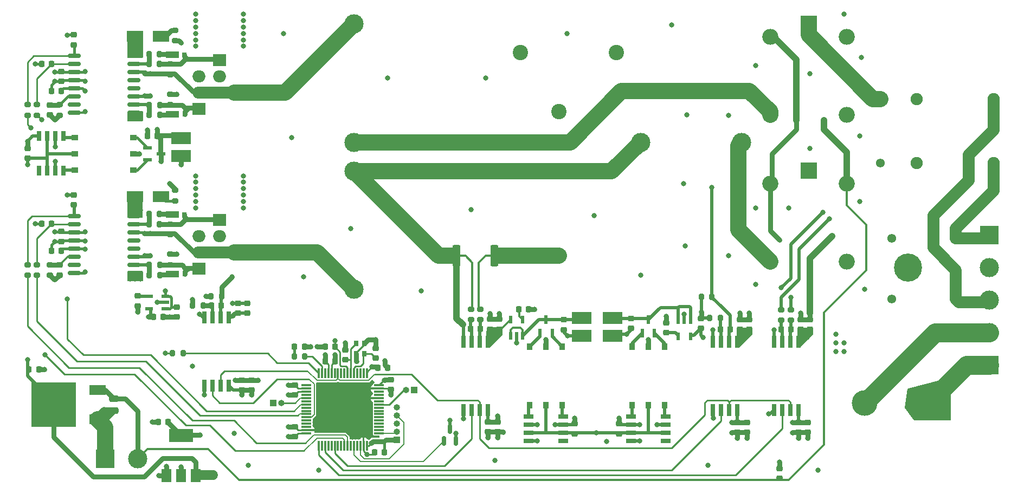
<source format=gbr>
%TF.GenerationSoftware,KiCad,Pcbnew,(6.0.9)*%
%TF.CreationDate,2023-03-15T23:45:40+00:00*%
%TF.ProjectId,GTI_V5,4754495f-5635-42e6-9b69-6361645f7063,rev?*%
%TF.SameCoordinates,Original*%
%TF.FileFunction,Copper,L1,Top*%
%TF.FilePolarity,Positive*%
%FSLAX46Y46*%
G04 Gerber Fmt 4.6, Leading zero omitted, Abs format (unit mm)*
G04 Created by KiCad (PCBNEW (6.0.9)) date 2023-03-15 23:45:40*
%MOMM*%
%LPD*%
G01*
G04 APERTURE LIST*
G04 Aperture macros list*
%AMRoundRect*
0 Rectangle with rounded corners*
0 $1 Rounding radius*
0 $2 $3 $4 $5 $6 $7 $8 $9 X,Y pos of 4 corners*
0 Add a 4 corners polygon primitive as box body*
4,1,4,$2,$3,$4,$5,$6,$7,$8,$9,$2,$3,0*
0 Add four circle primitives for the rounded corners*
1,1,$1+$1,$2,$3*
1,1,$1+$1,$4,$5*
1,1,$1+$1,$6,$7*
1,1,$1+$1,$8,$9*
0 Add four rect primitives between the rounded corners*
20,1,$1+$1,$2,$3,$4,$5,0*
20,1,$1+$1,$4,$5,$6,$7,0*
20,1,$1+$1,$6,$7,$8,$9,0*
20,1,$1+$1,$8,$9,$2,$3,0*%
G04 Aperture macros list end*
%TA.AperFunction,SMDPad,CuDef*%
%ADD10RoundRect,0.225000X-0.250000X0.225000X-0.250000X-0.225000X0.250000X-0.225000X0.250000X0.225000X0*%
%TD*%
%TA.AperFunction,ComponentPad*%
%ADD11C,4.400000*%
%TD*%
%TA.AperFunction,SMDPad,CuDef*%
%ADD12R,1.120000X0.960000*%
%TD*%
%TA.AperFunction,ComponentPad*%
%ADD13C,2.400000*%
%TD*%
%TA.AperFunction,ComponentPad*%
%ADD14C,1.381000*%
%TD*%
%TA.AperFunction,ComponentPad*%
%ADD15C,1.905000*%
%TD*%
%TA.AperFunction,ComponentPad*%
%ADD16R,2.500000X2.500000*%
%TD*%
%TA.AperFunction,ComponentPad*%
%ADD17O,2.500000X2.500000*%
%TD*%
%TA.AperFunction,ComponentPad*%
%ADD18R,4.000000X4.000000*%
%TD*%
%TA.AperFunction,ComponentPad*%
%ADD19C,4.000000*%
%TD*%
%TA.AperFunction,SMDPad,CuDef*%
%ADD20R,0.600000X1.200000*%
%TD*%
%TA.AperFunction,SMDPad,CuDef*%
%ADD21RoundRect,0.200000X-0.275000X0.200000X-0.275000X-0.200000X0.275000X-0.200000X0.275000X0.200000X0*%
%TD*%
%TA.AperFunction,SMDPad,CuDef*%
%ADD22RoundRect,0.225000X0.250000X-0.225000X0.250000X0.225000X-0.250000X0.225000X-0.250000X-0.225000X0*%
%TD*%
%TA.AperFunction,SMDPad,CuDef*%
%ADD23R,1.500000X2.000000*%
%TD*%
%TA.AperFunction,SMDPad,CuDef*%
%ADD24R,3.800000X2.000000*%
%TD*%
%TA.AperFunction,SMDPad,CuDef*%
%ADD25R,1.525000X0.650000*%
%TD*%
%TA.AperFunction,SMDPad,CuDef*%
%ADD26RoundRect,0.225000X0.225000X0.250000X-0.225000X0.250000X-0.225000X-0.250000X0.225000X-0.250000X0*%
%TD*%
%TA.AperFunction,ComponentPad*%
%ADD27R,3.000000X3.000000*%
%TD*%
%TA.AperFunction,ComponentPad*%
%ADD28C,3.000000*%
%TD*%
%TA.AperFunction,SMDPad,CuDef*%
%ADD29RoundRect,0.225000X-0.225000X-0.250000X0.225000X-0.250000X0.225000X0.250000X-0.225000X0.250000X0*%
%TD*%
%TA.AperFunction,SMDPad,CuDef*%
%ADD30RoundRect,0.200000X0.200000X0.275000X-0.200000X0.275000X-0.200000X-0.275000X0.200000X-0.275000X0*%
%TD*%
%TA.AperFunction,SMDPad,CuDef*%
%ADD31R,0.960000X1.120000*%
%TD*%
%TA.AperFunction,SMDPad,CuDef*%
%ADD32R,0.600000X1.350000*%
%TD*%
%TA.AperFunction,SMDPad,CuDef*%
%ADD33R,2.500000X1.500000*%
%TD*%
%TA.AperFunction,SMDPad,CuDef*%
%ADD34R,7.000000X7.000000*%
%TD*%
%TA.AperFunction,SMDPad,CuDef*%
%ADD35R,3.100000X1.900000*%
%TD*%
%TA.AperFunction,ComponentPad*%
%ADD36R,1.000000X1.000000*%
%TD*%
%TA.AperFunction,ComponentPad*%
%ADD37O,1.000000X1.000000*%
%TD*%
%TA.AperFunction,SMDPad,CuDef*%
%ADD38RoundRect,0.200000X0.275000X-0.200000X0.275000X0.200000X-0.275000X0.200000X-0.275000X-0.200000X0*%
%TD*%
%TA.AperFunction,SMDPad,CuDef*%
%ADD39RoundRect,0.150000X-0.875000X-0.150000X0.875000X-0.150000X0.875000X0.150000X-0.875000X0.150000X0*%
%TD*%
%TA.AperFunction,SMDPad,CuDef*%
%ADD40R,2.000000X1.100000*%
%TD*%
%TA.AperFunction,SMDPad,CuDef*%
%ADD41R,0.800000X0.800000*%
%TD*%
%TA.AperFunction,SMDPad,CuDef*%
%ADD42RoundRect,0.250000X-0.475000X0.250000X-0.475000X-0.250000X0.475000X-0.250000X0.475000X0.250000X0*%
%TD*%
%TA.AperFunction,SMDPad,CuDef*%
%ADD43RoundRect,0.150000X0.150000X-0.587500X0.150000X0.587500X-0.150000X0.587500X-0.150000X-0.587500X0*%
%TD*%
%TA.AperFunction,SMDPad,CuDef*%
%ADD44R,0.800000X0.900000*%
%TD*%
%TA.AperFunction,SMDPad,CuDef*%
%ADD45R,0.650000X1.850000*%
%TD*%
%TA.AperFunction,SMDPad,CuDef*%
%ADD46RoundRect,0.075000X-0.075000X0.700000X-0.075000X-0.700000X0.075000X-0.700000X0.075000X0.700000X0*%
%TD*%
%TA.AperFunction,SMDPad,CuDef*%
%ADD47RoundRect,0.075000X-0.700000X0.075000X-0.700000X-0.075000X0.700000X-0.075000X0.700000X0.075000X0*%
%TD*%
%TA.AperFunction,SMDPad,CuDef*%
%ADD48R,1.200000X0.600000*%
%TD*%
%TA.AperFunction,SMDPad,CuDef*%
%ADD49R,1.350000X0.600000*%
%TD*%
%TA.AperFunction,SMDPad,CuDef*%
%ADD50RoundRect,0.200000X-0.200000X-0.275000X0.200000X-0.275000X0.200000X0.275000X-0.200000X0.275000X0*%
%TD*%
%TA.AperFunction,SMDPad,CuDef*%
%ADD51R,2.500000X1.800000*%
%TD*%
%TA.AperFunction,SMDPad,CuDef*%
%ADD52RoundRect,0.218750X0.218750X0.256250X-0.218750X0.256250X-0.218750X-0.256250X0.218750X-0.256250X0*%
%TD*%
%TA.AperFunction,SMDPad,CuDef*%
%ADD53RoundRect,0.250000X0.362500X1.425000X-0.362500X1.425000X-0.362500X-1.425000X0.362500X-1.425000X0*%
%TD*%
%TA.AperFunction,SMDPad,CuDef*%
%ADD54R,0.650000X1.525000*%
%TD*%
%TA.AperFunction,ComponentPad*%
%ADD55R,2.000000X1.905000*%
%TD*%
%TA.AperFunction,ComponentPad*%
%ADD56O,2.000000X1.905000*%
%TD*%
%TA.AperFunction,ViaPad*%
%ADD57C,0.800000*%
%TD*%
%TA.AperFunction,Conductor*%
%ADD58C,0.800000*%
%TD*%
%TA.AperFunction,Conductor*%
%ADD59C,0.320000*%
%TD*%
%TA.AperFunction,Conductor*%
%ADD60C,2.500000*%
%TD*%
%TA.AperFunction,Conductor*%
%ADD61C,0.500000*%
%TD*%
%TA.AperFunction,Conductor*%
%ADD62C,1.000000*%
%TD*%
%TA.AperFunction,Conductor*%
%ADD63C,1.500000*%
%TD*%
%TA.AperFunction,Conductor*%
%ADD64C,0.400000*%
%TD*%
%TA.AperFunction,Conductor*%
%ADD65C,3.000000*%
%TD*%
%TA.AperFunction,Conductor*%
%ADD66C,1.900000*%
%TD*%
%TA.AperFunction,Conductor*%
%ADD67C,0.200000*%
%TD*%
%TA.AperFunction,Conductor*%
%ADD68C,0.250000*%
%TD*%
G04 APERTURE END LIST*
D10*
%TO.P,C44,1*%
%TO.N,+12V*%
X74300000Y-97250000D03*
%TO.P,C44,2*%
%TO.N,GND*%
X74300000Y-98800000D03*
%TD*%
D11*
%TO.P,H5,1,1*%
%TO.N,Earth*%
X188500000Y-91100000D03*
%TD*%
D12*
%TO.P,T1,1,1*%
%TO.N,Net-(IC3-Pad1)*%
X58430000Y-70760000D03*
%TO.P,T1,2,2*%
%TO.N,+5V*%
X58430000Y-73300000D03*
%TO.P,T1,3,3*%
%TO.N,Net-(IC3-Pad8)*%
X58430000Y-75840000D03*
%TO.P,T1,4,4*%
%TO.N,Net-(D1-Pad2)*%
X67570000Y-75840000D03*
%TO.P,T1,5,5*%
%TO.N,GND*%
X67570000Y-73300000D03*
%TO.P,T1,6,6*%
%TO.N,Net-(D1-Pad1)*%
X67570000Y-70760000D03*
%TD*%
D13*
%TO.P,C20,1*%
%TO.N,Net-(C20-Pad1)*%
X134000000Y-66750000D03*
%TO.P,C20,2*%
%TO.N,/Cap_Isense*%
X134000000Y-89250000D03*
%TD*%
D14*
%TO.P,C27,1*%
%TO.N,/Line_GND*%
X184250000Y-74750000D03*
%TO.P,C27,2*%
%TO.N,Net-(K1-Pad1)*%
X184250000Y-64750000D03*
%TD*%
D15*
%TO.P,L5,7,2*%
%TO.N,Net-(K1-Pad1)*%
X189900000Y-64750000D03*
%TO.P,L5,4,1*%
%TO.N,Net-(C22-Pad2)*%
X201900000Y-64750000D03*
%TO.P,L5,9,4*%
%TO.N,/Line_GND*%
X189900000Y-74750000D03*
%TO.P,L5,2,3*%
%TO.N,Net-(C28-Pad1)*%
X201900000Y-74750000D03*
%TD*%
D16*
%TO.P,K1,1*%
%TO.N,Net-(K1-Pad1)*%
X173000000Y-53000000D03*
D17*
%TO.P,K1,2*%
%TO.N,/Relay*%
X167000000Y-55000000D03*
%TO.P,K1,3*%
%TO.N,Net-(K1-Pad3)*%
X167000000Y-67200000D03*
%TO.P,K1,4*%
%TO.N,unconnected-(K1-Pad4)*%
X179000000Y-67200000D03*
%TO.P,K1,5*%
%TO.N,VCC*%
X179000000Y-55000000D03*
%TD*%
D14*
%TO.P,C22,2*%
%TO.N,Net-(C22-Pad2)*%
X196000000Y-96000000D03*
%TO.P,C22,1*%
%TO.N,Earth*%
X186000000Y-96000000D03*
%TD*%
D18*
%TO.P,C32,1*%
%TO.N,VBUS*%
X191750000Y-112250000D03*
D19*
%TO.P,C32,2*%
%TO.N,GND*%
X181750000Y-112250000D03*
%TD*%
D20*
%TO.P,PS3,1,VIN*%
%TO.N,Net-(C50-Pad1)*%
X126450000Y-101750000D03*
%TO.P,PS3,2,GND*%
%TO.N,/Out_B*%
X127400000Y-101750000D03*
%TO.P,PS3,3,EN*%
%TO.N,Net-(C50-Pad1)*%
X128350000Y-101750000D03*
%TO.P,PS3,4,BYP*%
%TO.N,Net-(C61-Pad1)*%
X128350000Y-99250000D03*
%TO.P,PS3,5,VOUT*%
%TO.N,+5V_2*%
X126450000Y-99250000D03*
%TD*%
D21*
%TO.P,R43,1*%
%TO.N,GND*%
X73277500Y-89005000D03*
%TO.P,R43,2*%
%TO.N,Net-(D11-Pad2)*%
X73277500Y-90655000D03*
%TD*%
D10*
%TO.P,C45,1*%
%TO.N,+3.3V*%
X171400000Y-115325000D03*
%TO.P,C45,2*%
%TO.N,GNDD*%
X171400000Y-116875000D03*
%TD*%
D22*
%TO.P,C17,1*%
%TO.N,Net-(C17-Pad1)*%
X105387500Y-105275000D03*
%TO.P,C17,2*%
%TO.N,GNDD*%
X105387500Y-103725000D03*
%TD*%
D23*
%TO.P,U4,1,GND*%
%TO.N,GNDD*%
X72700000Y-123650000D03*
D24*
%TO.P,U4,2,VO*%
%TO.N,+3.3V*%
X75000000Y-117350000D03*
D23*
X75000000Y-123650000D03*
%TO.P,U4,3,VI*%
%TO.N,+5V*%
X77300000Y-123650000D03*
%TD*%
D25*
%TO.P,IC7,1,D1*%
%TO.N,Net-(IC7-Pad1)*%
X145249500Y-114345000D03*
%TO.P,IC7,2,GND1*%
%TO.N,GNDD*%
X145249500Y-115615000D03*
%TO.P,IC7,3,FS*%
%TO.N,+5V*%
X145249500Y-116885000D03*
%TO.P,IC7,4,SD*%
%TO.N,GNDD*%
X145249500Y-118155000D03*
%TO.P,IC7,5,N.C.*%
%TO.N,unconnected-(IC7-Pad5)*%
X150673500Y-118155000D03*
%TO.P,IC7,6,VCC*%
%TO.N,+5V*%
X150673500Y-116885000D03*
%TO.P,IC7,7,GND2*%
%TO.N,GNDD*%
X150673500Y-115615000D03*
%TO.P,IC7,8,D2*%
%TO.N,Net-(IC7-Pad8)*%
X150673500Y-114345000D03*
%TD*%
D26*
%TO.P,C40,1*%
%TO.N,/Line_Vsense*%
X160750000Y-100750000D03*
%TO.P,C40,2*%
%TO.N,Net-(C40-Pad2)*%
X159200000Y-100750000D03*
%TD*%
D27*
%TO.P,J3,1,Pin_1*%
%TO.N,VBUS*%
X201250000Y-106340000D03*
D28*
%TO.P,J3,2,Pin_2*%
%TO.N,GND*%
X201250000Y-101260000D03*
%TD*%
D29*
%TO.P,C4,1*%
%TO.N,+3.3V*%
X97475000Y-105750000D03*
%TO.P,C4,2*%
%TO.N,GNDD*%
X99025000Y-105750000D03*
%TD*%
D22*
%TO.P,C11,1*%
%TO.N,GNDD*%
X54500000Y-67250000D03*
%TO.P,C11,2*%
%TO.N,Net-(C11-Pad2)*%
X54500000Y-65700000D03*
%TD*%
D30*
%TO.P,R29,2*%
%TO.N,GND*%
X76775000Y-97000000D03*
%TO.P,R29,1*%
%TO.N,Net-(C66-Pad2)*%
X78425000Y-97000000D03*
%TD*%
D31*
%TO.P,T3,1,1*%
%TO.N,Net-(IC8-Pad1)*%
X129460000Y-112570000D03*
%TO.P,T3,2,2*%
%TO.N,+5V*%
X132000000Y-112570000D03*
%TO.P,T3,3,3*%
%TO.N,Net-(IC8-Pad8)*%
X134540000Y-112570000D03*
%TO.P,T3,4,4*%
%TO.N,Net-(D3-Pad2)*%
X134540000Y-103430000D03*
%TO.P,T3,5,5*%
%TO.N,/Out_B*%
X132000000Y-103430000D03*
%TO.P,T3,6,6*%
%TO.N,Net-(D3-Pad1)*%
X129460000Y-103430000D03*
%TD*%
D32*
%TO.P,D3,1,A_1*%
%TO.N,Net-(D3-Pad1)*%
X131050000Y-101350000D03*
%TO.P,D3,2,A_2*%
%TO.N,Net-(D3-Pad2)*%
X132950000Y-101350000D03*
%TO.P,D3,3,K*%
%TO.N,Net-(C50-Pad1)*%
X132000000Y-99250000D03*
%TD*%
D28*
%TO.P,L2,1,1*%
%TO.N,Net-(C6-Pad2)*%
X102000000Y-53000000D03*
%TO.P,L2,2,2*%
%TO.N,Net-(K1-Pad3)*%
X102000000Y-71500000D03*
%TD*%
D26*
%TO.P,C15,1*%
%TO.N,Net-(C15-Pad1)*%
X54775000Y-59250000D03*
%TO.P,C15,2*%
%TO.N,GNDD*%
X53225000Y-59250000D03*
%TD*%
D20*
%TO.P,PS2,1,VIN*%
%TO.N,Net-(C49-Pad1)*%
X154550000Y-99350000D03*
%TO.P,PS2,2,GND*%
%TO.N,/Line_GND*%
X153600000Y-99350000D03*
%TO.P,PS2,3,EN*%
%TO.N,Net-(C49-Pad1)*%
X152650000Y-99350000D03*
%TO.P,PS2,4,BYP*%
%TO.N,Net-(C53-Pad1)*%
X152650000Y-101850000D03*
%TO.P,PS2,5,VOUT*%
%TO.N,+5V_1*%
X154550000Y-101850000D03*
%TD*%
D33*
%TO.P,U3,1,GND*%
%TO.N,GNDD*%
X61925000Y-114800000D03*
D34*
%TO.P,U3,2,VO*%
%TO.N,+5V*%
X55075000Y-112500000D03*
D33*
%TO.P,U3,3,VI*%
%TO.N,VCC*%
X61925000Y-110200000D03*
%TD*%
D22*
%TO.P,C41,1*%
%TO.N,+5V_1*%
X162250000Y-100775000D03*
%TO.P,C41,2*%
%TO.N,/Line_GND*%
X162250000Y-99225000D03*
%TD*%
%TO.P,C13,1*%
%TO.N,Net-(C13-Pad1)*%
X58250000Y-56275000D03*
%TO.P,C13,2*%
%TO.N,GNDD*%
X58250000Y-54725000D03*
%TD*%
D26*
%TO.P,C69,1*%
%TO.N,+3.3V*%
X106775000Y-120000000D03*
%TO.P,C69,2*%
%TO.N,GNDD*%
X105225000Y-120000000D03*
%TD*%
D22*
%TO.P,C42,1*%
%TO.N,+5V_1*%
X163750000Y-100775000D03*
%TO.P,C42,2*%
%TO.N,/Line_GND*%
X163750000Y-99225000D03*
%TD*%
D35*
%TO.P,C49,1*%
%TO.N,Net-(C49-Pad1)*%
X142400000Y-99000000D03*
%TO.P,C49,2*%
%TO.N,/Line_GND*%
X142400000Y-101800000D03*
%TD*%
D36*
%TO.P,J6,1,Pin_1*%
%TO.N,GNDD*%
X111400000Y-110200000D03*
D37*
%TO.P,J6,2,Pin_2*%
%TO.N,Net-(J6-Pad2)*%
X110130000Y-110200000D03*
%TD*%
D25*
%TO.P,IC8,1,D1*%
%TO.N,Net-(IC8-Pad1)*%
X129249500Y-114345000D03*
%TO.P,IC8,2,GND1*%
%TO.N,GNDD*%
X129249500Y-115615000D03*
%TO.P,IC8,3,FS*%
%TO.N,+5V*%
X129249500Y-116885000D03*
%TO.P,IC8,4,SD*%
%TO.N,GNDD*%
X129249500Y-118155000D03*
%TO.P,IC8,5,N.C.*%
%TO.N,unconnected-(IC8-Pad5)*%
X134673500Y-118155000D03*
%TO.P,IC8,6,VCC*%
%TO.N,+5V*%
X134673500Y-116885000D03*
%TO.P,IC8,7,GND2*%
%TO.N,GNDD*%
X134673500Y-115615000D03*
%TO.P,IC8,8,D2*%
%TO.N,Net-(IC8-Pad8)*%
X134673500Y-114345000D03*
%TD*%
D10*
%TO.P,C39,1*%
%TO.N,+3.3V*%
X161900000Y-115325000D03*
%TO.P,C39,2*%
%TO.N,GNDD*%
X161900000Y-116875000D03*
%TD*%
D26*
%TO.P,C26,1*%
%TO.N,Net-(C12-Pad1)*%
X56275000Y-88475000D03*
%TO.P,C26,2*%
%TO.N,GNDD*%
X54725000Y-88475000D03*
%TD*%
D22*
%TO.P,C14,1*%
%TO.N,GNDD*%
X56250000Y-87000000D03*
%TO.P,C14,2*%
%TO.N,+3.3V*%
X56250000Y-85450000D03*
%TD*%
D21*
%TO.P,R32,1*%
%TO.N,GND*%
X73277500Y-64005000D03*
%TO.P,R32,2*%
%TO.N,Net-(D7-Pad2)*%
X73277500Y-65655000D03*
%TD*%
D22*
%TO.P,C63,1*%
%TO.N,+5V*%
X136500000Y-117075000D03*
%TO.P,C63,2*%
%TO.N,GNDD*%
X136500000Y-115525000D03*
%TD*%
D30*
%TO.P,R42,1*%
%TO.N,Net-(D11-Pad2)*%
X71675000Y-90700000D03*
%TO.P,R42,2*%
%TO.N,Net-(R41-Pad1)*%
X70025000Y-90700000D03*
%TD*%
D38*
%TO.P,R21,1*%
%TO.N,Net-(C58-Pad1)*%
X121750000Y-99263530D03*
%TO.P,R21,2*%
%TO.N,/Cap_Isense*%
X121750000Y-97613530D03*
%TD*%
D32*
%TO.P,D2,1,A_1*%
%TO.N,Net-(D2-Pad1)*%
X147050000Y-101350000D03*
%TO.P,D2,2,A_2*%
%TO.N,Net-(D2-Pad2)*%
X148950000Y-101350000D03*
%TO.P,D2,3,K*%
%TO.N,Net-(C49-Pad1)*%
X148000000Y-99250000D03*
%TD*%
D29*
%TO.P,C37,1*%
%TO.N,+5VD*%
X70675000Y-98800000D03*
%TO.P,C37,2*%
%TO.N,GND*%
X72225000Y-98800000D03*
%TD*%
D39*
%TO.P,U2,1,INA*%
%TO.N,Net-(C13-Pad1)*%
X58350000Y-58030000D03*
%TO.P,U2,2,INB*%
%TO.N,Net-(C15-Pad1)*%
X58350000Y-59300000D03*
%TO.P,U2,3,VCCI*%
%TO.N,+3.3V*%
X58350000Y-60570000D03*
%TO.P,U2,4,GND*%
%TO.N,GNDD*%
X58350000Y-61840000D03*
%TO.P,U2,5,DIS*%
%TO.N,Net-(C12-Pad1)*%
X58350000Y-63110000D03*
%TO.P,U2,6,DT*%
%TO.N,Net-(C11-Pad2)*%
X58350000Y-64380000D03*
%TO.P,U2,7,NC*%
%TO.N,unconnected-(U2-Pad7)*%
X58350000Y-65650000D03*
%TO.P,U2,8,VCCI*%
%TO.N,+3.3V*%
X58350000Y-66920000D03*
%TO.P,U2,9,VSSB*%
%TO.N,GND*%
X67650000Y-66920000D03*
%TO.P,U2,10,OUTB*%
%TO.N,Net-(R15-Pad1)*%
X67650000Y-65650000D03*
%TO.P,U2,11,VDDB*%
%TO.N,+12V*%
X67650000Y-64380000D03*
%TO.P,U2,12,NC*%
%TO.N,unconnected-(U2-Pad12)*%
X67650000Y-63110000D03*
%TO.P,U2,13,NC*%
%TO.N,unconnected-(U2-Pad13)*%
X67650000Y-61840000D03*
%TO.P,U2,14,VSSA*%
%TO.N,Net-(C6-Pad2)*%
X67650000Y-60570000D03*
%TO.P,U2,15,OUTA*%
%TO.N,Net-(R11-Pad2)*%
X67650000Y-59300000D03*
%TO.P,U2,16,VDDA*%
%TO.N,/VDDA_A*%
X67650000Y-58030000D03*
%TD*%
D38*
%TO.P,R22,1*%
%TO.N,Net-(C58-Pad2)*%
X120250000Y-99263530D03*
%TO.P,R22,2*%
%TO.N,/Out_B*%
X120250000Y-97613530D03*
%TD*%
D22*
%TO.P,C29,1*%
%TO.N,Net-(C29-Pad1)*%
X58250000Y-81275000D03*
%TO.P,C29,2*%
%TO.N,GNDD*%
X58250000Y-79725000D03*
%TD*%
D38*
%TO.P,R13,1*%
%TO.N,Net-(C6-Pad2)*%
X73277500Y-60955000D03*
%TO.P,R13,2*%
%TO.N,Net-(D5-Pad2)*%
X73277500Y-59305000D03*
%TD*%
%TO.P,R44,1*%
%TO.N,GNDD*%
X54500000Y-92300000D03*
%TO.P,R44,2*%
%TO.N,Net-(C31-Pad2)*%
X54500000Y-90650000D03*
%TD*%
%TO.P,R18,1*%
%TO.N,Net-(C46-Pad1)*%
X170250000Y-99325000D03*
%TO.P,R18,2*%
%TO.N,/Line_Isense*%
X170250000Y-97675000D03*
%TD*%
D30*
%TO.P,R36,1*%
%TO.N,Net-(D10-Pad2)*%
X71625000Y-84300000D03*
%TO.P,R36,2*%
%TO.N,Net-(R35-Pad1)*%
X69975000Y-84300000D03*
%TD*%
D22*
%TO.P,C53,1*%
%TO.N,Net-(C53-Pad1)*%
X150800000Y-101275000D03*
%TO.P,C53,2*%
%TO.N,/Line_GND*%
X150800000Y-99725000D03*
%TD*%
D38*
%TO.P,R1,1*%
%TO.N,+12V*%
X74077500Y-55655000D03*
%TO.P,R1,2*%
%TO.N,Net-(D8-Pad2)*%
X74077500Y-54005000D03*
%TD*%
D39*
%TO.P,U5,1,INA*%
%TO.N,Net-(C29-Pad1)*%
X58350000Y-83030000D03*
%TO.P,U5,2,INB*%
%TO.N,Net-(C30-Pad1)*%
X58350000Y-84300000D03*
%TO.P,U5,3,VCCI*%
%TO.N,+3.3V*%
X58350000Y-85570000D03*
%TO.P,U5,4,GND*%
%TO.N,GNDD*%
X58350000Y-86840000D03*
%TO.P,U5,5,DIS*%
%TO.N,Net-(C12-Pad1)*%
X58350000Y-88110000D03*
%TO.P,U5,6,DT*%
%TO.N,Net-(C31-Pad2)*%
X58350000Y-89380000D03*
%TO.P,U5,7,NC*%
%TO.N,unconnected-(U5-Pad7)*%
X58350000Y-90650000D03*
%TO.P,U5,8,VCCI*%
%TO.N,+3.3V*%
X58350000Y-91920000D03*
%TO.P,U5,9,VSSB*%
%TO.N,GND*%
X67650000Y-91920000D03*
%TO.P,U5,10,OUTB*%
%TO.N,Net-(R41-Pad1)*%
X67650000Y-90650000D03*
%TO.P,U5,11,VDDB*%
%TO.N,+12V*%
X67650000Y-89380000D03*
%TO.P,U5,12,NC*%
%TO.N,unconnected-(U5-Pad12)*%
X67650000Y-88110000D03*
%TO.P,U5,13,NC*%
%TO.N,unconnected-(U5-Pad13)*%
X67650000Y-86840000D03*
%TO.P,U5,14,VSSA*%
%TO.N,Net-(C19-Pad1)*%
X67650000Y-85570000D03*
%TO.P,U5,15,OUTA*%
%TO.N,Net-(R35-Pad1)*%
X67650000Y-84300000D03*
%TO.P,U5,16,VDDA*%
%TO.N,/VDDA_B*%
X67650000Y-83030000D03*
%TD*%
D10*
%TO.P,C51,1*%
%TO.N,Net-(C49-Pad1)*%
X145300000Y-99025000D03*
%TO.P,C51,2*%
%TO.N,/Line_GND*%
X145300000Y-100575000D03*
%TD*%
%TO.P,C56,1*%
%TO.N,+3.3V*%
X124400000Y-115225000D03*
%TO.P,C56,2*%
%TO.N,GNDD*%
X124400000Y-116775000D03*
%TD*%
D26*
%TO.P,C75,1*%
%TO.N,+3.3V*%
X72975000Y-115200000D03*
%TO.P,C75,2*%
%TO.N,GNDD*%
X71425000Y-115200000D03*
%TD*%
D38*
%TO.P,R39,1*%
%TO.N,PWM_B_L*%
X52500000Y-92300000D03*
%TO.P,R39,2*%
%TO.N,Net-(C30-Pad1)*%
X52500000Y-90650000D03*
%TD*%
%TO.P,R34,2*%
%TO.N,+12V*%
X74077500Y-79005000D03*
%TO.P,R34,1*%
%TO.N,Net-(D9-Pad2)*%
X74077500Y-80655000D03*
%TD*%
D22*
%TO.P,C48,1*%
%TO.N,+5V_1*%
X171750000Y-100750000D03*
%TO.P,C48,2*%
%TO.N,/Line_GND*%
X171750000Y-99200000D03*
%TD*%
%TO.P,C55,1*%
%TO.N,+5V_2*%
X124725000Y-100725000D03*
%TO.P,C55,2*%
%TO.N,/Out_B*%
X124725000Y-99175000D03*
%TD*%
D16*
%TO.P,K2,1*%
%TO.N,/Line_Isense*%
X173000000Y-75972500D03*
D17*
%TO.P,K2,2*%
%TO.N,/Relay*%
X167000000Y-77972500D03*
%TO.P,K2,3*%
%TO.N,Net-(K2-Pad3)*%
X167000000Y-90172500D03*
%TO.P,K2,4*%
%TO.N,unconnected-(K2-Pad4)*%
X179000000Y-90172500D03*
%TO.P,K2,5*%
%TO.N,VCC*%
X179000000Y-77972500D03*
%TD*%
D22*
%TO.P,C71,1*%
%TO.N,VCC*%
X168500000Y-124025000D03*
%TO.P,C71,2*%
%TO.N,GNDD*%
X168500000Y-122475000D03*
%TD*%
%TO.P,C67,1*%
%TO.N,+5VD*%
X83875000Y-98200000D03*
%TO.P,C67,2*%
%TO.N,GND*%
X83875000Y-96650000D03*
%TD*%
D31*
%TO.P,T2,1,1*%
%TO.N,Net-(IC7-Pad1)*%
X145460000Y-112570000D03*
%TO.P,T2,2,2*%
%TO.N,+5V*%
X148000000Y-112570000D03*
%TO.P,T2,3,3*%
%TO.N,Net-(IC7-Pad8)*%
X150540000Y-112570000D03*
%TO.P,T2,4,4*%
%TO.N,Net-(D2-Pad2)*%
X150540000Y-103430000D03*
%TO.P,T2,5,5*%
%TO.N,/Line_GND*%
X148000000Y-103430000D03*
%TO.P,T2,6,6*%
%TO.N,Net-(D2-Pad1)*%
X145460000Y-103430000D03*
%TD*%
D40*
%TO.P,D7,1,K*%
%TO.N,Net-(D7-Pad1)*%
X73670000Y-67130000D03*
D41*
%TO.P,D7,2,A*%
%TO.N,Net-(D7-Pad2)*%
X75570000Y-67130000D03*
%TD*%
D42*
%TO.P,C73,1*%
%TO.N,VCC*%
X64500000Y-111550000D03*
%TO.P,C73,2*%
%TO.N,GNDD*%
X64500000Y-113450000D03*
%TD*%
D22*
%TO.P,C31,1*%
%TO.N,GNDD*%
X56000000Y-92250000D03*
%TO.P,C31,2*%
%TO.N,Net-(C31-Pad2)*%
X56000000Y-90700000D03*
%TD*%
D38*
%TO.P,R38,1*%
%TO.N,PWM_B_H*%
X51000000Y-92300000D03*
%TO.P,R38,2*%
%TO.N,Net-(C29-Pad1)*%
X51000000Y-90650000D03*
%TD*%
D22*
%TO.P,C43,1*%
%TO.N,+5V*%
X51000000Y-73998500D03*
%TO.P,C43,2*%
%TO.N,GNDD*%
X51000000Y-72448500D03*
%TD*%
%TO.P,C65,2*%
%TO.N,GNDD*%
X84500000Y-108725000D03*
%TO.P,C65,1*%
%TO.N,+3.3V*%
X84500000Y-110275000D03*
%TD*%
D43*
%TO.P,Q2,1,G*%
%TO.N,/Relay_Ctrl*%
X116050000Y-118187500D03*
%TO.P,Q2,2,S*%
%TO.N,GNDD*%
X117950000Y-118187500D03*
%TO.P,Q2,3,D*%
%TO.N,/Relay*%
X117000000Y-116312500D03*
%TD*%
D40*
%TO.P,D5,1,K*%
%TO.N,Net-(D5-Pad1)*%
X73600000Y-57830000D03*
D41*
%TO.P,D5,2,A*%
%TO.N,Net-(D5-Pad2)*%
X75500000Y-57830000D03*
%TD*%
D26*
%TO.P,C12,1*%
%TO.N,Net-(C12-Pad1)*%
X56275000Y-63475000D03*
%TO.P,C12,2*%
%TO.N,GNDD*%
X54725000Y-63475000D03*
%TD*%
D28*
%TO.P,L4,2,2*%
%TO.N,Net-(K2-Pad3)*%
X162550000Y-71500000D03*
%TO.P,L4,1,1*%
%TO.N,/Out_B*%
X146750000Y-71500000D03*
%TD*%
D40*
%TO.P,D11,1,K*%
%TO.N,Net-(D11-Pad1)*%
X73670000Y-92130000D03*
D41*
%TO.P,D11,2,A*%
%TO.N,Net-(D11-Pad2)*%
X75570000Y-92130000D03*
%TD*%
D29*
%TO.P,C74,1*%
%TO.N,+5V*%
X51225000Y-107000000D03*
%TO.P,C74,2*%
%TO.N,GNDD*%
X52775000Y-107000000D03*
%TD*%
D38*
%TO.P,R3,1*%
%TO.N,PWM_A_L*%
X52500000Y-67300000D03*
%TO.P,R3,2*%
%TO.N,Net-(C15-Pad1)*%
X52500000Y-65650000D03*
%TD*%
D27*
%TO.P,J2,1,Pin_1*%
%TO.N,GNDD*%
X63170000Y-121000000D03*
D28*
%TO.P,J2,2,Pin_2*%
%TO.N,VCC*%
X68250000Y-121000000D03*
%TD*%
D30*
%TO.P,R30,1*%
%TO.N,Net-(R30-Pad1)*%
X94325000Y-105000000D03*
%TO.P,R30,2*%
%TO.N,Net-(D4-Pad2)*%
X92675000Y-105000000D03*
%TD*%
D22*
%TO.P,C3,1*%
%TO.N,+3.3V*%
X92750000Y-111025000D03*
%TO.P,C3,2*%
%TO.N,GNDD*%
X92750000Y-109475000D03*
%TD*%
D44*
%TO.P,Y1,1,1*%
%TO.N,Net-(C16-Pad1)*%
X102375000Y-102925000D03*
%TO.P,Y1,2,2*%
%TO.N,GNDD*%
X102375000Y-104575000D03*
%TO.P,Y1,3,3*%
%TO.N,Net-(C17-Pad1)*%
X103625000Y-104575000D03*
%TO.P,Y1,4,4*%
%TO.N,GNDD*%
X103625000Y-102925000D03*
%TD*%
D26*
%TO.P,C35,2*%
%TO.N,GND*%
X69725000Y-70500000D03*
%TO.P,C35,1*%
%TO.N,+12V*%
X71275000Y-70500000D03*
%TD*%
D45*
%TO.P,IC9,1,AVDD*%
%TO.N,+5VD*%
X82405000Y-98925000D03*
%TO.P,IC9,2,INP*%
%TO.N,Net-(C66-Pad1)*%
X81135000Y-98925000D03*
%TO.P,IC9,3,INN*%
%TO.N,Net-(C66-Pad2)*%
X79865000Y-98925000D03*
%TO.P,IC9,4,AGND*%
%TO.N,GND*%
X78595000Y-98925000D03*
%TO.P,IC9,5,DGND*%
%TO.N,GNDD*%
X78595000Y-109575000D03*
%TO.P,IC9,6,DOUT*%
%TO.N,D4_Sigma_Delta*%
X79865000Y-109575000D03*
%TO.P,IC9,7,CLKIN*%
%TO.N,CLK_SigmaDelta*%
X81135000Y-109575000D03*
%TO.P,IC9,8,DVDD*%
%TO.N,+3.3V*%
X82405000Y-109575000D03*
%TD*%
D22*
%TO.P,C54,1*%
%TO.N,+5V_1*%
X156200000Y-100575000D03*
%TO.P,C54,2*%
%TO.N,/Line_GND*%
X156200000Y-99025000D03*
%TD*%
D30*
%TO.P,R40,1*%
%TO.N,PWM_Disable*%
X75325000Y-104500000D03*
%TO.P,R40,2*%
%TO.N,Net-(C12-Pad1)*%
X73675000Y-104500000D03*
%TD*%
D13*
%TO.P,C33,1*%
%TO.N,VBUS*%
X128000000Y-57500000D03*
%TO.P,C33,2*%
%TO.N,GND*%
X143000000Y-57500000D03*
%TD*%
D29*
%TO.P,C61,1*%
%TO.N,Net-(C61-Pad1)*%
X127725000Y-97600000D03*
%TO.P,C61,2*%
%TO.N,/Out_B*%
X129275000Y-97600000D03*
%TD*%
D10*
%TO.P,C38,1*%
%TO.N,+3.3V*%
X163400000Y-115325000D03*
%TO.P,C38,2*%
%TO.N,GNDD*%
X163400000Y-116875000D03*
%TD*%
D30*
%TO.P,R11,1*%
%TO.N,Net-(D5-Pad2)*%
X71625000Y-59300000D03*
%TO.P,R11,2*%
%TO.N,Net-(R11-Pad2)*%
X69975000Y-59300000D03*
%TD*%
%TO.P,R31,1*%
%TO.N,Net-(D7-Pad2)*%
X71675000Y-65700000D03*
%TO.P,R31,2*%
%TO.N,Net-(R15-Pad1)*%
X70025000Y-65700000D03*
%TD*%
D22*
%TO.P,C60,1*%
%TO.N,+5V_2*%
X123250000Y-100725000D03*
%TO.P,C60,2*%
%TO.N,/Out_B*%
X123250000Y-99175000D03*
%TD*%
D10*
%TO.P,C70,1*%
%TO.N,+3.3V*%
X107750000Y-108625000D03*
%TO.P,C70,2*%
%TO.N,GNDD*%
X107750000Y-110175000D03*
%TD*%
D46*
%TO.P,U1,1,VBAT*%
%TO.N,+3.3V*%
X104000000Y-107575000D03*
%TO.P,U1,2,PC13*%
%TO.N,unconnected-(U1-Pad2)*%
X103500000Y-107575000D03*
%TO.P,U1,3,PC14*%
%TO.N,unconnected-(U1-Pad3)*%
X103000000Y-107575000D03*
%TO.P,U1,4,PC15*%
%TO.N,unconnected-(U1-Pad4)*%
X102500000Y-107575000D03*
%TO.P,U1,5,PH0*%
%TO.N,Net-(C17-Pad1)*%
X102000000Y-107575000D03*
%TO.P,U1,6,PH1*%
%TO.N,Net-(C16-Pad1)*%
X101500000Y-107575000D03*
%TO.P,U1,7,NRST*%
%TO.N,/NRST*%
X101000000Y-107575000D03*
%TO.P,U1,8,PC0*%
%TO.N,unconnected-(U1-Pad8)*%
X100500000Y-107575000D03*
%TO.P,U1,9,PC1*%
%TO.N,unconnected-(U1-Pad9)*%
X100000000Y-107575000D03*
%TO.P,U1,10,PC2*%
%TO.N,CLK_SigmaDelta*%
X99500000Y-107575000D03*
%TO.P,U1,11,PC3*%
%TO.N,unconnected-(U1-Pad11)*%
X99000000Y-107575000D03*
%TO.P,U1,12,VSSA*%
%TO.N,GNDD*%
X98500000Y-107575000D03*
%TO.P,U1,13,VDDA*%
%TO.N,+3.3V*%
X98000000Y-107575000D03*
%TO.P,U1,14,PA0*%
%TO.N,unconnected-(U1-Pad14)*%
X97500000Y-107575000D03*
%TO.P,U1,15,PA1*%
%TO.N,Net-(R30-Pad1)*%
X97000000Y-107575000D03*
%TO.P,U1,16,PA2*%
%TO.N,PWM_Disable*%
X96500000Y-107575000D03*
D47*
%TO.P,U1,17,PA3*%
%TO.N,unconnected-(U1-Pad17)*%
X94575000Y-109500000D03*
%TO.P,U1,18,VSS*%
%TO.N,GNDD*%
X94575000Y-110000000D03*
%TO.P,U1,19,VDD*%
%TO.N,+3.3V*%
X94575000Y-110500000D03*
%TO.P,U1,20,PA4*%
%TO.N,unconnected-(U1-Pad20)*%
X94575000Y-111000000D03*
%TO.P,U1,21,PA5*%
%TO.N,Net-(J5-Pad2)*%
X94575000Y-111500000D03*
%TO.P,U1,22,PA6*%
%TO.N,unconnected-(U1-Pad22)*%
X94575000Y-112000000D03*
%TO.P,U1,23,PA7*%
%TO.N,PWM_A_L*%
X94575000Y-112500000D03*
%TO.P,U1,24,PC4*%
%TO.N,unconnected-(U1-Pad24)*%
X94575000Y-113000000D03*
%TO.P,U1,25,PC5*%
%TO.N,unconnected-(U1-Pad25)*%
X94575000Y-113500000D03*
%TO.P,U1,26,PB0*%
%TO.N,PWM_B_L*%
X94575000Y-114000000D03*
%TO.P,U1,27,PB1*%
%TO.N,D4_Sigma_Delta*%
X94575000Y-114500000D03*
%TO.P,U1,28,PB2*%
%TO.N,unconnected-(U1-Pad28)*%
X94575000Y-115000000D03*
%TO.P,U1,29,PB10*%
%TO.N,unconnected-(U1-Pad29)*%
X94575000Y-115500000D03*
%TO.P,U1,30,PB11*%
%TO.N,unconnected-(U1-Pad30)*%
X94575000Y-116000000D03*
%TO.P,U1,31,VSS*%
%TO.N,GNDD*%
X94575000Y-116500000D03*
%TO.P,U1,32,VDD*%
%TO.N,+3.3V*%
X94575000Y-117000000D03*
D46*
%TO.P,U1,33,PB12*%
%TO.N,D2_Sigma_Delta*%
X96500000Y-118925000D03*
%TO.P,U1,34,PB13*%
%TO.N,unconnected-(U1-Pad34)*%
X97000000Y-118925000D03*
%TO.P,U1,35,PB14*%
%TO.N,D1_Sigma_Delta*%
X97500000Y-118925000D03*
%TO.P,U1,36,PB15*%
%TO.N,unconnected-(U1-Pad36)*%
X98000000Y-118925000D03*
%TO.P,U1,37,PC6*%
%TO.N,unconnected-(U1-Pad37)*%
X98500000Y-118925000D03*
%TO.P,U1,38,PC7*%
%TO.N,D3_Sigma_Delta*%
X99000000Y-118925000D03*
%TO.P,U1,39,PC8*%
%TO.N,unconnected-(U1-Pad39)*%
X99500000Y-118925000D03*
%TO.P,U1,40,PC9*%
%TO.N,unconnected-(U1-Pad40)*%
X100000000Y-118925000D03*
%TO.P,U1,41,PA8*%
%TO.N,PWM_A_H*%
X100500000Y-118925000D03*
%TO.P,U1,42,PA9*%
%TO.N,PWM_B_H*%
X101000000Y-118925000D03*
%TO.P,U1,43,PA10*%
%TO.N,unconnected-(U1-Pad43)*%
X101500000Y-118925000D03*
%TO.P,U1,44,PA11*%
%TO.N,/Relay_Ctrl*%
X102000000Y-118925000D03*
%TO.P,U1,45,PA12*%
%TO.N,unconnected-(U1-Pad45)*%
X102500000Y-118925000D03*
%TO.P,U1,46,PA13*%
%TO.N,/SWDIO*%
X103000000Y-118925000D03*
%TO.P,U1,47,VSS*%
%TO.N,GNDD*%
X103500000Y-118925000D03*
%TO.P,U1,48,VDDUSB*%
%TO.N,+3.3V*%
X104000000Y-118925000D03*
D47*
%TO.P,U1,49,PA14*%
%TO.N,/SWCLK*%
X105925000Y-117000000D03*
%TO.P,U1,50,PA15*%
%TO.N,unconnected-(U1-Pad50)*%
X105925000Y-116500000D03*
%TO.P,U1,51,PC10*%
%TO.N,unconnected-(U1-Pad51)*%
X105925000Y-116000000D03*
%TO.P,U1,52,PC11*%
%TO.N,unconnected-(U1-Pad52)*%
X105925000Y-115500000D03*
%TO.P,U1,53,PC12*%
%TO.N,unconnected-(U1-Pad53)*%
X105925000Y-115000000D03*
%TO.P,U1,54,PD2*%
%TO.N,unconnected-(U1-Pad54)*%
X105925000Y-114500000D03*
%TO.P,U1,55,PB3*%
%TO.N,unconnected-(U1-Pad55)*%
X105925000Y-114000000D03*
%TO.P,U1,56,PB4*%
%TO.N,unconnected-(U1-Pad56)*%
X105925000Y-113500000D03*
%TO.P,U1,57,PB5*%
%TO.N,unconnected-(U1-Pad57)*%
X105925000Y-113000000D03*
%TO.P,U1,58,PB6*%
%TO.N,Net-(J6-Pad2)*%
X105925000Y-112500000D03*
%TO.P,U1,59,PB7*%
%TO.N,unconnected-(U1-Pad59)*%
X105925000Y-112000000D03*
%TO.P,U1,60,BOOT0*%
%TO.N,GNDD*%
X105925000Y-111500000D03*
%TO.P,U1,61,PB8*%
%TO.N,unconnected-(U1-Pad61)*%
X105925000Y-111000000D03*
%TO.P,U1,62,PB9*%
%TO.N,unconnected-(U1-Pad62)*%
X105925000Y-110500000D03*
%TO.P,U1,63,VSS*%
%TO.N,GNDD*%
X105925000Y-110000000D03*
%TO.P,U1,64,VDD*%
%TO.N,+3.3V*%
X105925000Y-109500000D03*
%TD*%
D10*
%TO.P,C59,1*%
%TO.N,+3.3V*%
X172900000Y-115325000D03*
%TO.P,C59,2*%
%TO.N,GNDD*%
X172900000Y-116875000D03*
%TD*%
D26*
%TO.P,C10,1*%
%TO.N,/NRST*%
X99025000Y-103500000D03*
%TO.P,C10,2*%
%TO.N,GNDD*%
X97475000Y-103500000D03*
%TD*%
D38*
%TO.P,R19,1*%
%TO.N,Net-(C46-Pad2)*%
X168750000Y-99325000D03*
%TO.P,R19,2*%
%TO.N,/Line_GND*%
X168750000Y-97675000D03*
%TD*%
D10*
%TO.P,C52,1*%
%TO.N,Net-(C50-Pad1)*%
X134750000Y-99250000D03*
%TO.P,C52,2*%
%TO.N,/Out_B*%
X134750000Y-100800000D03*
%TD*%
D48*
%TO.P,PS1,1,VIN*%
%TO.N,+12V*%
X72500000Y-97500000D03*
%TO.P,PS1,2,GND*%
%TO.N,GND*%
X72500000Y-96550000D03*
%TO.P,PS1,3,EN*%
%TO.N,+12V*%
X72500000Y-95600000D03*
%TO.P,PS1,4,BYP*%
%TO.N,Net-(C36-Pad1)*%
X70000000Y-95600000D03*
%TO.P,PS1,5,VOUT*%
%TO.N,+5VD*%
X70000000Y-97500000D03*
%TD*%
D38*
%TO.P,R2,1*%
%TO.N,PWM_A_H*%
X51000000Y-67300000D03*
%TO.P,R2,2*%
%TO.N,Net-(C13-Pad1)*%
X51000000Y-65650000D03*
%TD*%
D14*
%TO.P,C28,2*%
%TO.N,Earth*%
X186000000Y-86500000D03*
%TO.P,C28,1*%
%TO.N,Net-(C28-Pad1)*%
X196000000Y-86500000D03*
%TD*%
D49*
%TO.P,D1,1,A_1*%
%TO.N,Net-(D1-Pad1)*%
X69762500Y-72350000D03*
%TO.P,D1,2,A_2*%
%TO.N,Net-(D1-Pad2)*%
X69762500Y-74250000D03*
%TO.P,D1,3,K*%
%TO.N,+12V*%
X71862500Y-73300000D03*
%TD*%
D45*
%TO.P,IC5,1,AVDD*%
%TO.N,+5V_1*%
X171405000Y-102675000D03*
%TO.P,IC5,2,INP*%
%TO.N,Net-(C46-Pad1)*%
X170135000Y-102675000D03*
%TO.P,IC5,3,INN*%
%TO.N,Net-(C46-Pad2)*%
X168865000Y-102675000D03*
%TO.P,IC5,4,AGND*%
%TO.N,/Line_GND*%
X167595000Y-102675000D03*
%TO.P,IC5,5,DGND*%
%TO.N,GNDD*%
X167595000Y-113325000D03*
%TO.P,IC5,6,DOUT*%
%TO.N,D2_Sigma_Delta*%
X168865000Y-113325000D03*
%TO.P,IC5,7,CLKIN*%
%TO.N,CLK_SigmaDelta*%
X170135000Y-113325000D03*
%TO.P,IC5,8,DVDD*%
%TO.N,+3.3V*%
X171405000Y-113325000D03*
%TD*%
D22*
%TO.P,C68,1*%
%TO.N,+5VD*%
X85325000Y-98200000D03*
%TO.P,C68,2*%
%TO.N,GND*%
X85325000Y-96650000D03*
%TD*%
%TO.P,C47,1*%
%TO.N,+5V_1*%
X173250000Y-100750000D03*
%TO.P,C47,2*%
%TO.N,/Line_GND*%
X173250000Y-99200000D03*
%TD*%
D50*
%TO.P,R35,2*%
%TO.N,Net-(D10-Pad1)*%
X71625000Y-82750000D03*
%TO.P,R35,1*%
%TO.N,Net-(R35-Pad1)*%
X69975000Y-82750000D03*
%TD*%
D51*
%TO.P,D8,1,K*%
%TO.N,/VDDA_A*%
X67827500Y-54975000D03*
%TO.P,D8,2,A*%
%TO.N,Net-(D8-Pad2)*%
X71827500Y-54975000D03*
%TD*%
D45*
%TO.P,IC6,1,AVDD*%
%TO.N,+5V_2*%
X122905000Y-102675000D03*
%TO.P,IC6,2,INP*%
%TO.N,Net-(C58-Pad1)*%
X121635000Y-102675000D03*
%TO.P,IC6,3,INN*%
%TO.N,Net-(C58-Pad2)*%
X120365000Y-102675000D03*
%TO.P,IC6,4,AGND*%
%TO.N,/Out_B*%
X119095000Y-102675000D03*
%TO.P,IC6,5,DGND*%
%TO.N,GNDD*%
X119095000Y-113325000D03*
%TO.P,IC6,6,DOUT*%
%TO.N,D3_Sigma_Delta*%
X120365000Y-113325000D03*
%TO.P,IC6,7,CLKIN*%
%TO.N,CLK_SigmaDelta*%
X121635000Y-113325000D03*
%TO.P,IC6,8,DVDD*%
%TO.N,+3.3V*%
X122905000Y-113325000D03*
%TD*%
D30*
%TO.P,R20,2*%
%TO.N,/Line_GND*%
X157575000Y-99000000D03*
%TO.P,R20,1*%
%TO.N,Net-(C40-Pad2)*%
X159225000Y-99000000D03*
%TD*%
D50*
%TO.P,R15,1*%
%TO.N,Net-(R15-Pad1)*%
X70025000Y-67250000D03*
%TO.P,R15,2*%
%TO.N,Net-(D7-Pad1)*%
X71675000Y-67250000D03*
%TD*%
D22*
%TO.P,C16,1*%
%TO.N,Net-(C16-Pad1)*%
X100637500Y-105525000D03*
%TO.P,C16,2*%
%TO.N,GNDD*%
X100637500Y-103975000D03*
%TD*%
D26*
%TO.P,C30,1*%
%TO.N,Net-(C30-Pad1)*%
X54775000Y-84250000D03*
%TO.P,C30,2*%
%TO.N,GNDD*%
X53225000Y-84250000D03*
%TD*%
D36*
%TO.P,J5,1,Pin_1*%
%TO.N,GNDD*%
X89400000Y-112250000D03*
D37*
%TO.P,J5,2,Pin_2*%
%TO.N,Net-(J5-Pad2)*%
X90670000Y-112250000D03*
%TD*%
D52*
%TO.P,D4,1,K*%
%TO.N,GNDD*%
X94277500Y-103500000D03*
%TO.P,D4,2,A*%
%TO.N,Net-(D4-Pad2)*%
X92702500Y-103500000D03*
%TD*%
D26*
%TO.P,C46,1*%
%TO.N,Net-(C46-Pad1)*%
X170250000Y-100750000D03*
%TO.P,C46,2*%
%TO.N,Net-(C46-Pad2)*%
X168700000Y-100750000D03*
%TD*%
D28*
%TO.P,L1,1,1*%
%TO.N,Net-(C19-Pad1)*%
X102000000Y-94500000D03*
%TO.P,L1,2,2*%
%TO.N,/Out_B*%
X102000000Y-76000000D03*
%TD*%
D50*
%TO.P,R41,1*%
%TO.N,Net-(R41-Pad1)*%
X70025000Y-92250000D03*
%TO.P,R41,2*%
%TO.N,Net-(D11-Pad1)*%
X71675000Y-92250000D03*
%TD*%
D53*
%TO.P,R10,1*%
%TO.N,/Cap_Isense*%
X123962500Y-89250000D03*
%TO.P,R10,2*%
%TO.N,/Out_B*%
X118037500Y-89250000D03*
%TD*%
D10*
%TO.P,C57,1*%
%TO.N,+3.3V*%
X122900000Y-115225000D03*
%TO.P,C57,2*%
%TO.N,GNDD*%
X122900000Y-116775000D03*
%TD*%
D30*
%TO.P,R27,1*%
%TO.N,Net-(C66-Pad1)*%
X81325000Y-95600000D03*
%TO.P,R27,2*%
%TO.N,GND*%
X79675000Y-95600000D03*
%TD*%
D22*
%TO.P,C1,1*%
%TO.N,+3.3V*%
X92750000Y-117525000D03*
%TO.P,C1,2*%
%TO.N,GNDD*%
X92750000Y-115975000D03*
%TD*%
D36*
%TO.P,J4,1,Pin_1*%
%TO.N,+3.3V*%
X108700000Y-118000000D03*
D37*
%TO.P,J4,2,Pin_2*%
%TO.N,/SWCLK*%
X108700000Y-116730000D03*
%TO.P,J4,3,Pin_3*%
%TO.N,GNDD*%
X108700000Y-115460000D03*
%TO.P,J4,4,Pin_4*%
%TO.N,/SWDIO*%
X108700000Y-114190000D03*
%TO.P,J4,5,Pin_5*%
%TO.N,/NRST*%
X108700000Y-112920000D03*
%TD*%
D10*
%TO.P,C36,1*%
%TO.N,Net-(C36-Pad1)*%
X68250000Y-95525000D03*
%TO.P,C36,2*%
%TO.N,GND*%
X68250000Y-97075000D03*
%TD*%
D35*
%TO.P,C34,1*%
%TO.N,+12V*%
X75036000Y-70850000D03*
%TO.P,C34,2*%
%TO.N,GND*%
X75036000Y-73650000D03*
%TD*%
D22*
%TO.P,C62,1*%
%TO.N,+5V*%
X143400000Y-117075000D03*
%TO.P,C62,2*%
%TO.N,GNDD*%
X143400000Y-115525000D03*
%TD*%
D40*
%TO.P,D10,1,K*%
%TO.N,Net-(D10-Pad1)*%
X73600000Y-82830000D03*
D41*
%TO.P,D10,2,A*%
%TO.N,Net-(D10-Pad2)*%
X75500000Y-82830000D03*
%TD*%
D29*
%TO.P,C2,1*%
%TO.N,+3.3V*%
X105725000Y-106750000D03*
%TO.P,C2,2*%
%TO.N,GNDD*%
X107275000Y-106750000D03*
%TD*%
D54*
%TO.P,IC3,1,D1*%
%TO.N,Net-(IC3-Pad1)*%
X56655000Y-70549500D03*
%TO.P,IC3,2,GND1*%
%TO.N,GNDD*%
X55385000Y-70549500D03*
%TO.P,IC3,3,FS*%
%TO.N,+5V*%
X54115000Y-70549500D03*
%TO.P,IC3,4,SD*%
%TO.N,GNDD*%
X52845000Y-70549500D03*
%TO.P,IC3,5,N.C.*%
%TO.N,unconnected-(IC3-Pad5)*%
X52845000Y-75973500D03*
%TO.P,IC3,6,VCC*%
%TO.N,+5V*%
X54115000Y-75973500D03*
%TO.P,IC3,7,GND2*%
%TO.N,GNDD*%
X55385000Y-75973500D03*
%TO.P,IC3,8,D2*%
%TO.N,Net-(IC3-Pad8)*%
X56655000Y-75973500D03*
%TD*%
D26*
%TO.P,C58,1*%
%TO.N,Net-(C58-Pad1)*%
X121750000Y-100700000D03*
%TO.P,C58,2*%
%TO.N,Net-(C58-Pad2)*%
X120200000Y-100700000D03*
%TD*%
D38*
%TO.P,R33,1*%
%TO.N,GNDD*%
X56000000Y-67300000D03*
%TO.P,R33,2*%
%TO.N,Net-(C11-Pad2)*%
X56000000Y-65650000D03*
%TD*%
D50*
%TO.P,R6,1*%
%TO.N,Net-(R11-Pad2)*%
X69975000Y-57750000D03*
%TO.P,R6,2*%
%TO.N,Net-(D5-Pad1)*%
X71625000Y-57750000D03*
%TD*%
D45*
%TO.P,IC4,1,AVDD*%
%TO.N,+5V_1*%
X161905000Y-102675000D03*
%TO.P,IC4,2,INP*%
%TO.N,/Line_Vsense*%
X160635000Y-102675000D03*
%TO.P,IC4,3,INN*%
%TO.N,Net-(C40-Pad2)*%
X159365000Y-102675000D03*
%TO.P,IC4,4,AGND*%
%TO.N,/Line_GND*%
X158095000Y-102675000D03*
%TO.P,IC4,5,DGND*%
%TO.N,GNDD*%
X158095000Y-113325000D03*
%TO.P,IC4,6,DOUT*%
%TO.N,D1_Sigma_Delta*%
X159365000Y-113325000D03*
%TO.P,IC4,7,CLKIN*%
%TO.N,CLK_SigmaDelta*%
X160635000Y-113325000D03*
%TO.P,IC4,8,DVDD*%
%TO.N,+3.3V*%
X161905000Y-113325000D03*
%TD*%
D22*
%TO.P,C18,1*%
%TO.N,GNDD*%
X56250000Y-62000000D03*
%TO.P,C18,2*%
%TO.N,+3.3V*%
X56250000Y-60450000D03*
%TD*%
D38*
%TO.P,R37,1*%
%TO.N,Net-(C19-Pad1)*%
X73277500Y-85955000D03*
%TO.P,R37,2*%
%TO.N,Net-(D10-Pad2)*%
X73277500Y-84305000D03*
%TD*%
D22*
%TO.P,C64,1*%
%TO.N,+3.3V*%
X86000000Y-110275000D03*
%TO.P,C64,2*%
%TO.N,GNDD*%
X86000000Y-108725000D03*
%TD*%
D27*
%TO.P,J1,1,Pin_1*%
%TO.N,Net-(C28-Pad1)*%
X201250000Y-86000000D03*
D28*
%TO.P,J1,2,Pin_2*%
%TO.N,Earth*%
X201250000Y-91080000D03*
%TO.P,J1,3,Pin_3*%
%TO.N,Net-(C22-Pad2)*%
X201250000Y-96160000D03*
%TD*%
D35*
%TO.P,C50,2*%
%TO.N,/Out_B*%
X137600000Y-101800000D03*
%TO.P,C50,1*%
%TO.N,Net-(C50-Pad1)*%
X137600000Y-99000000D03*
%TD*%
D26*
%TO.P,C66,1*%
%TO.N,Net-(C66-Pad1)*%
X81250000Y-97000000D03*
%TO.P,C66,2*%
%TO.N,Net-(C66-Pad2)*%
X79700000Y-97000000D03*
%TD*%
D51*
%TO.P,D9,1,K*%
%TO.N,/VDDA_B*%
X67827500Y-79975000D03*
%TO.P,D9,2,A*%
%TO.N,Net-(D9-Pad2)*%
X71827500Y-79975000D03*
%TD*%
D55*
%TO.P,Q5,1,G*%
%TO.N,Net-(D11-Pad2)*%
X77777500Y-91285000D03*
D56*
%TO.P,Q5,2,D*%
%TO.N,Net-(C19-Pad1)*%
X77777500Y-88745000D03*
%TO.P,Q5,3,S*%
%TO.N,GND*%
X77777500Y-86205000D03*
%TD*%
D30*
%TO.P,R12,2*%
%TO.N,/Line_GND*%
X156275000Y-95700000D03*
%TO.P,R12,1*%
%TO.N,/Line_Vsense*%
X157925000Y-95700000D03*
%TD*%
D55*
%TO.P,Q3,1,G*%
%TO.N,Net-(D7-Pad2)*%
X77777500Y-66285000D03*
D56*
%TO.P,Q3,2,D*%
%TO.N,Net-(C6-Pad2)*%
X77777500Y-63745000D03*
%TO.P,Q3,3,S*%
%TO.N,GND*%
X77777500Y-61205000D03*
%TD*%
D55*
%TO.P,Q4,1,G*%
%TO.N,Net-(D10-Pad2)*%
X80972500Y-83665000D03*
D56*
%TO.P,Q4,2,D*%
%TO.N,VBUS*%
X80972500Y-86205000D03*
%TO.P,Q4,3,S*%
%TO.N,Net-(C19-Pad1)*%
X80972500Y-88745000D03*
%TD*%
D55*
%TO.P,Q1,1,G*%
%TO.N,Net-(D5-Pad2)*%
X80972500Y-58665000D03*
D56*
%TO.P,Q1,2,D*%
%TO.N,VBUS*%
X80972500Y-61205000D03*
%TO.P,Q1,3,S*%
%TO.N,Net-(C6-Pad2)*%
X80972500Y-63745000D03*
%TD*%
D57*
%TO.N,Net-(K1-Pad3)*%
X116000000Y-71500000D03*
X117250000Y-71500000D03*
X118500000Y-71500000D03*
%TO.N,/Relay*%
X168500000Y-86800000D03*
%TO.N,VCC*%
X175400000Y-68100000D03*
%TO.N,/Relay*%
X171100000Y-68100000D03*
%TO.N,/Line_Vsense*%
X157900000Y-78562500D03*
%TO.N,GND*%
X177250000Y-101500000D03*
X78900000Y-95600000D03*
X76775000Y-96125000D03*
X177250000Y-102900000D03*
X178550000Y-102900000D03*
X178550000Y-104250000D03*
X177250000Y-104250000D03*
%TO.N,VBUS*%
X189000000Y-113500000D03*
X194500000Y-111250000D03*
X189000000Y-110500000D03*
X189000000Y-112500000D03*
X189000000Y-111500000D03*
X194500000Y-114250000D03*
X194500000Y-113250000D03*
X194500000Y-112250000D03*
%TO.N,GND*%
X112500000Y-94750000D03*
X120250000Y-82000000D03*
X92250000Y-70750000D03*
X107250000Y-61500000D03*
X135250000Y-54500000D03*
X181250000Y-58250000D03*
X181000000Y-70500000D03*
X173250000Y-72500000D03*
X181750000Y-94500000D03*
X181000000Y-80750000D03*
X178500000Y-51500000D03*
X173250000Y-60750000D03*
X154000000Y-67200000D03*
X153500000Y-78000000D03*
X153750000Y-87750000D03*
X146750000Y-92250000D03*
X160500000Y-67300000D03*
X160500000Y-89250000D03*
X164750000Y-93750000D03*
X164750000Y-81750000D03*
X169900000Y-81800000D03*
%TO.N,+3.3V*%
X75000000Y-122250000D03*
%TO.N,GNDD*%
X124000000Y-121250000D03*
%TO.N,GND*%
X151650000Y-53200000D03*
X91000000Y-54500000D03*
X101500000Y-85000000D03*
X139500000Y-83000000D03*
%TO.N,Net-(K1-Pad3)*%
X119750000Y-71500000D03*
%TO.N,/Line_Isense*%
X168750000Y-94250000D03*
%TO.N,+3.3V*%
X60000000Y-91750000D03*
X60000000Y-66750000D03*
X104800000Y-106600000D03*
X161000000Y-115325000D03*
X84500000Y-111000000D03*
X78000000Y-117250000D03*
X170500000Y-115325000D03*
X104750000Y-118500000D03*
X106750000Y-108750000D03*
X55250000Y-60500000D03*
X97500000Y-104750000D03*
X86000000Y-111000000D03*
X60000000Y-85475000D03*
X91750000Y-117500000D03*
X91750000Y-111000000D03*
X55250000Y-85500000D03*
X124400000Y-114300000D03*
X60000000Y-60475000D03*
%TO.N,GNDD*%
X57250000Y-54750000D03*
X72700000Y-122200000D03*
X102399799Y-105750000D03*
X83250000Y-117000000D03*
X60000000Y-61975000D03*
X55250000Y-93000000D03*
X70500000Y-115200000D03*
X55250000Y-68000000D03*
X172900000Y-117800000D03*
X76750000Y-106500000D03*
X85500000Y-122000000D03*
X125300000Y-116800000D03*
X51000000Y-71373500D03*
X99000000Y-104750000D03*
X143400000Y-114600000D03*
X71500000Y-123600000D03*
X96250000Y-103500000D03*
X130655000Y-118155000D03*
X149326500Y-115615000D03*
X105387500Y-102362500D03*
X97000000Y-110000000D03*
X103750000Y-110000000D03*
X55250000Y-62000000D03*
X87000000Y-108750000D03*
X163400000Y-117800000D03*
X130615000Y-115615000D03*
X78600000Y-111000000D03*
X55250000Y-87000000D03*
X161900000Y-117800000D03*
X95250000Y-103500000D03*
X174500000Y-122750000D03*
X171400000Y-117800000D03*
X55385000Y-74473500D03*
X146645000Y-118155000D03*
X157250000Y-122000000D03*
X119095000Y-114705000D03*
X97250000Y-115750000D03*
X166750000Y-114000000D03*
X52250000Y-84250000D03*
X170500000Y-116900000D03*
X91750000Y-109500000D03*
X100750000Y-113000000D03*
X133385000Y-115615000D03*
X106850000Y-105650000D03*
X53700000Y-107000000D03*
X146596500Y-115615000D03*
X161000000Y-116900000D03*
X55385000Y-72223500D03*
X52250000Y-59250000D03*
X168500000Y-121500000D03*
X103750000Y-116250000D03*
X158130378Y-114630378D03*
X141500000Y-118250000D03*
X107750000Y-111000000D03*
X104000000Y-120299500D03*
X57250000Y-79750000D03*
X124400000Y-117700000D03*
X100637500Y-102862500D03*
X136500000Y-114600000D03*
X60000000Y-86975000D03*
X83500000Y-108750000D03*
X63000000Y-113250000D03*
X117950000Y-117000000D03*
X122900000Y-117700000D03*
X91750000Y-116000000D03*
X96500000Y-122750000D03*
%TO.N,VBUS*%
X84750000Y-56500000D03*
X84750000Y-55500000D03*
X84750000Y-81750000D03*
X84750000Y-79750000D03*
X84750000Y-78750000D03*
X84750000Y-80750000D03*
X84750000Y-77750000D03*
X84750000Y-52500000D03*
X84750000Y-53500000D03*
X84750000Y-54500000D03*
X94100000Y-92500000D03*
X84750000Y-51500000D03*
X84750000Y-76750000D03*
%TO.N,GND*%
X68500000Y-73300000D03*
X75036000Y-75000000D03*
X77250000Y-79750000D03*
X67030000Y-92845000D03*
X77250000Y-53500000D03*
X73250000Y-98800000D03*
X77250000Y-80750000D03*
X77250000Y-77750000D03*
X67827500Y-67850000D03*
X67027500Y-67850000D03*
X74277500Y-89005000D03*
X77250000Y-55500000D03*
X77250000Y-78750000D03*
X164750000Y-59500000D03*
X68250000Y-98050000D03*
X74277500Y-64005000D03*
X122600000Y-61500000D03*
X77250000Y-54500000D03*
X77250000Y-81750000D03*
X77250000Y-56500000D03*
X83050000Y-96650000D03*
X67830000Y-92845000D03*
X77250000Y-51500000D03*
X77900000Y-98400000D03*
X68627500Y-67850000D03*
X77250000Y-52500000D03*
X69725000Y-69612500D03*
X71250000Y-96550000D03*
X77250000Y-76750000D03*
X68630000Y-92845000D03*
%TO.N,/NRST*%
X99000000Y-102500000D03*
%TO.N,+5VD*%
X69900000Y-98800000D03*
X83100000Y-98600000D03*
%TO.N,Net-(C12-Pad1)*%
X60000000Y-63500000D03*
X72500000Y-104500000D03*
X60000000Y-88250000D03*
%TO.N,/Line_GND*%
X158095000Y-100805500D03*
X163750000Y-98250000D03*
X144600000Y-101525000D03*
X171750000Y-98250000D03*
X156250000Y-98000000D03*
X176250000Y-83500000D03*
X150800000Y-98700000D03*
X162250000Y-98250000D03*
X153600000Y-98400000D03*
X167600000Y-100800000D03*
X173250000Y-98250000D03*
X173250000Y-97250000D03*
X148000000Y-102400000D03*
X176719804Y-86219804D03*
%TO.N,+5V_1*%
X172750000Y-102000000D03*
X156500000Y-102000000D03*
X163250000Y-102000000D03*
%TO.N,+5V*%
X139815000Y-116885000D03*
X51000000Y-75000000D03*
X80000000Y-123500000D03*
X51000000Y-105500000D03*
%TO.N,/Out_B*%
X118400000Y-99400000D03*
X132000000Y-102400000D03*
X127400000Y-102900000D03*
X119000000Y-100000000D03*
X135400000Y-101800000D03*
X124725000Y-98325000D03*
X130200000Y-97600000D03*
X123250000Y-98325000D03*
%TO.N,Net-(C6-Pad2)*%
X70150000Y-60750000D03*
X69300000Y-60750000D03*
%TO.N,/Line_Isense*%
X170250000Y-95750000D03*
X175250000Y-82500000D03*
%TO.N,Net-(C66-Pad1)*%
X82950000Y-92500000D03*
%TO.N,PWM_A_L*%
X57250000Y-96000000D03*
X53250000Y-68000000D03*
%TO.N,PWM_A_H*%
X51500000Y-69250000D03*
X53750000Y-104750000D03*
%TO.N,/Relay*%
X117000000Y-115000000D03*
%TO.N,Net-(C19-Pad1)*%
X70150000Y-85750000D03*
X69300000Y-85750000D03*
%TO.N,+12V*%
X69300000Y-89250000D03*
X70127500Y-89250000D03*
X70127500Y-64250000D03*
X71862500Y-74473500D03*
X69300000Y-64250000D03*
X71275000Y-69525000D03*
X73250000Y-78000000D03*
X75000000Y-56000000D03*
X72500000Y-94750000D03*
%TO.N,/VDDA_A*%
X68627500Y-57100000D03*
X67027500Y-57100000D03*
X67827500Y-57100000D03*
%TO.N,/VDDA_B*%
X67830000Y-82095000D03*
X67030000Y-82095000D03*
X68630000Y-82095000D03*
%TD*%
D58*
%TO.N,Net-(D7-Pad2)*%
X77652500Y-66160000D02*
X77777500Y-66285000D01*
X76642500Y-66160000D02*
X77652500Y-66160000D01*
%TO.N,Net-(D11-Pad2)*%
X77652500Y-91160000D02*
X77777500Y-91285000D01*
X75607500Y-91160000D02*
X77652500Y-91160000D01*
X71675000Y-90700000D02*
X75147500Y-90700000D01*
X75147500Y-90700000D02*
X75607500Y-91160000D01*
%TO.N,GND*%
X68500000Y-73300000D02*
X67682500Y-73300000D01*
%TO.N,+12V*%
X71750000Y-70922000D02*
X71301500Y-70473500D01*
X71750000Y-73187500D02*
X71750000Y-70922000D01*
D59*
%TO.N,VCC*%
X179000000Y-81375000D02*
X179000000Y-78250000D01*
X182000000Y-84375000D02*
X179000000Y-81375000D01*
X175400000Y-118800000D02*
X175400000Y-98100000D01*
X169900000Y-124300000D02*
X175400000Y-118800000D01*
X84050000Y-124300000D02*
X169900000Y-124300000D01*
X79250000Y-119500000D02*
X84050000Y-124300000D01*
X175400000Y-98100000D02*
X182000000Y-91500000D01*
X69750000Y-119500000D02*
X79250000Y-119500000D01*
X182000000Y-91500000D02*
X182000000Y-84375000D01*
X68250000Y-121000000D02*
X69750000Y-119500000D01*
D60*
%TO.N,Net-(K1-Pad3)*%
X149750000Y-63500000D02*
X143750000Y-63500000D01*
D58*
%TO.N,/Relay*%
X167000000Y-85300000D02*
X167000000Y-77972500D01*
X168500000Y-86800000D02*
X167000000Y-85300000D01*
D61*
%TO.N,/Line_Vsense*%
X157900000Y-95700000D02*
X157900000Y-78562500D01*
D62*
%TO.N,/Line_GND*%
X173250000Y-89689608D02*
X173250000Y-98250000D01*
X176719804Y-86219804D02*
X173250000Y-89689608D01*
%TO.N,VCC*%
X175400000Y-69500000D02*
X179000000Y-73100000D01*
X175400000Y-68100000D02*
X175400000Y-69500000D01*
X179000000Y-73100000D02*
X179000000Y-77972500D01*
D58*
%TO.N,/Relay*%
X167300000Y-77672500D02*
X167300000Y-73300000D01*
X167300000Y-73300000D02*
X171100000Y-69500000D01*
X171100000Y-69500000D02*
X171100000Y-68100000D01*
D62*
X171100000Y-68100000D02*
X171100000Y-58600000D01*
X171100000Y-58600000D02*
X167500000Y-55000000D01*
D61*
%TO.N,/Line_Vsense*%
X157925000Y-95725000D02*
X157925000Y-95700000D01*
X159550000Y-97350000D02*
X157925000Y-95725000D01*
D63*
%TO.N,GNDD*%
X63000000Y-113725000D02*
X61925000Y-114800000D01*
D58*
X63000000Y-113250000D02*
X63000000Y-113725000D01*
D62*
X63150000Y-114800000D02*
X64500000Y-113450000D01*
X64500000Y-113450000D02*
X63200000Y-113450000D01*
D58*
X63200000Y-113450000D02*
X63000000Y-113250000D01*
D60*
X63170000Y-121000000D02*
X63170000Y-116045000D01*
X63170000Y-116045000D02*
X61925000Y-114800000D01*
D64*
%TO.N,+3.3V*%
X59830000Y-91920000D02*
X58350000Y-91920000D01*
X60000000Y-91750000D02*
X59830000Y-91920000D01*
D59*
X59830000Y-66920000D02*
X58350000Y-66920000D01*
X60000000Y-66750000D02*
X59830000Y-66920000D01*
D61*
%TO.N,GNDD*%
X57275000Y-79725000D02*
X58250000Y-79725000D01*
X57250000Y-79750000D02*
X57275000Y-79725000D01*
%TO.N,Net-(C29-Pad1)*%
X58350000Y-81375000D02*
X58250000Y-81275000D01*
X58350000Y-83030000D02*
X58350000Y-81375000D01*
D64*
%TO.N,GNDD*%
X57275000Y-54725000D02*
X58250000Y-54725000D01*
X57250000Y-54750000D02*
X57275000Y-54725000D01*
%TO.N,Net-(C13-Pad1)*%
X58350000Y-56375000D02*
X58250000Y-56275000D01*
X58350000Y-58030000D02*
X58350000Y-56375000D01*
D60*
%TO.N,/Cap_Isense*%
X124750000Y-89250000D02*
X134000000Y-89250000D01*
D61*
%TO.N,/Line_GND*%
X158095000Y-100805500D02*
X158095000Y-102675000D01*
%TO.N,Net-(C66-Pad1)*%
X81250000Y-97000000D02*
X81250000Y-95575000D01*
D58*
%TO.N,VCC*%
X61925000Y-110200000D02*
X63150000Y-110200000D01*
X63150000Y-110200000D02*
X64500000Y-111550000D01*
D61*
%TO.N,Net-(IC7-Pad1)*%
X145460000Y-112435000D02*
X145460000Y-114134500D01*
X145460000Y-114134500D02*
X145249500Y-114345000D01*
D58*
%TO.N,GND*%
X73250000Y-98800000D02*
X72225000Y-98800000D01*
X73250000Y-98800000D02*
X74300000Y-98800000D01*
D64*
%TO.N,+12V*%
X73500000Y-97250000D02*
X74300000Y-97250000D01*
D61*
%TO.N,+5VD*%
X83400000Y-98200000D02*
X83875000Y-98200000D01*
X83100000Y-98600000D02*
X83100000Y-98500000D01*
X83100000Y-98500000D02*
X83400000Y-98200000D01*
X82775000Y-98925000D02*
X82405000Y-98925000D01*
X83100000Y-98600000D02*
X82775000Y-98925000D01*
%TO.N,GND*%
X78425000Y-98925000D02*
X78595000Y-98925000D01*
X77900000Y-98400000D02*
X78425000Y-98925000D01*
D58*
%TO.N,+5VD*%
X69900000Y-98800000D02*
X70675000Y-98800000D01*
D61*
X70225000Y-98350000D02*
X70225000Y-97725000D01*
X70675000Y-98800000D02*
X70225000Y-98350000D01*
%TO.N,GND*%
X83050000Y-96650000D02*
X83875000Y-96650000D01*
D58*
%TO.N,Net-(C66-Pad1)*%
X81325000Y-94125000D02*
X82950000Y-92500000D01*
X81325000Y-95600000D02*
X81325000Y-94125000D01*
%TO.N,GND*%
X79675000Y-95600000D02*
X78900000Y-95600000D01*
X76775000Y-96125000D02*
X76775000Y-97000000D01*
%TO.N,Net-(C66-Pad2)*%
X78425000Y-97000000D02*
X79700000Y-97000000D01*
D61*
%TO.N,/Line_GND*%
X156300000Y-97950000D02*
X156300000Y-95725000D01*
%TO.N,/Line_Vsense*%
X160750000Y-98550000D02*
X160750000Y-99500000D01*
X159550000Y-97350000D02*
X160750000Y-98550000D01*
%TO.N,/Line_GND*%
X156225000Y-99000000D02*
X157575000Y-99000000D01*
X156200000Y-99025000D02*
X156225000Y-99000000D01*
D65*
%TO.N,VBUS*%
X194900000Y-109100000D02*
X191750000Y-112250000D01*
X197660000Y-106340000D02*
X194900000Y-109100000D01*
D66*
%TO.N,Net-(C22-Pad2)*%
X200910000Y-96500000D02*
X201250000Y-96160000D01*
X196500000Y-96500000D02*
X200910000Y-96500000D01*
X196000000Y-96000000D02*
X196500000Y-96500000D01*
%TO.N,Net-(C28-Pad1)*%
X196000000Y-86500000D02*
X200750000Y-86500000D01*
X196000000Y-85000000D02*
X196000000Y-86500000D01*
X201900000Y-79100000D02*
X196000000Y-85000000D01*
X201900000Y-74750000D02*
X201900000Y-79100000D01*
%TO.N,Net-(C22-Pad2)*%
X196000000Y-91500000D02*
X196000000Y-96000000D01*
X192500000Y-88000000D02*
X196000000Y-91500000D01*
X192500000Y-83000000D02*
X192500000Y-88000000D01*
X198000000Y-73500000D02*
X198000000Y-77500000D01*
X201900000Y-69600000D02*
X198000000Y-73500000D01*
X201900000Y-64750000D02*
X201900000Y-69600000D01*
X198000000Y-77500000D02*
X192500000Y-83000000D01*
%TO.N,Net-(C28-Pad1)*%
X200750000Y-86500000D02*
X201250000Y-86000000D01*
D65*
%TO.N,GND*%
X192740000Y-101260000D02*
X181750000Y-112250000D01*
X201250000Y-101260000D02*
X192740000Y-101260000D01*
%TO.N,VBUS*%
X201250000Y-106340000D02*
X197660000Y-106340000D01*
D60*
%TO.N,Net-(K1-Pad1)*%
X173000000Y-54700000D02*
X183050000Y-64750000D01*
X183050000Y-64750000D02*
X184250000Y-64750000D01*
X173000000Y-53000000D02*
X173000000Y-54700000D01*
D58*
%TO.N,GND*%
X75036000Y-75000000D02*
X75036000Y-73650000D01*
X69725000Y-69612500D02*
X69725000Y-70500000D01*
%TO.N,+12V*%
X71275000Y-69525000D02*
X71275000Y-70500000D01*
D61*
X71862500Y-73300000D02*
X71750000Y-73187500D01*
D58*
X71301500Y-70473500D02*
X74512500Y-70473500D01*
D60*
%TO.N,/Out_B*%
X102000000Y-76000000D02*
X142250000Y-76000000D01*
X142250000Y-76000000D02*
X146750000Y-71500000D01*
%TO.N,Net-(K1-Pad3)*%
X135750000Y-71500000D02*
X121750000Y-71500000D01*
X143750000Y-63500000D02*
X135750000Y-71500000D01*
X121750000Y-71500000D02*
X102000000Y-71500000D01*
%TO.N,Net-(K2-Pad3)*%
X162000000Y-85200000D02*
X167000000Y-90200000D01*
X162000000Y-72050000D02*
X162000000Y-85200000D01*
X162550000Y-71500000D02*
X162000000Y-72050000D01*
D58*
%TO.N,GNDD*%
X168500000Y-121500000D02*
X168500000Y-122475000D01*
D61*
%TO.N,/Line_GND*%
X168750000Y-95750000D02*
X168750000Y-97675000D01*
X176250000Y-83500000D02*
X171500000Y-88250000D01*
X171500000Y-93000000D02*
X168750000Y-95750000D01*
X171500000Y-88250000D02*
X171500000Y-93000000D01*
%TO.N,/Line_Isense*%
X170250000Y-92750000D02*
X168750000Y-94250000D01*
X170250000Y-87500000D02*
X170250000Y-92750000D01*
X175250000Y-82500000D02*
X170250000Y-87500000D01*
%TO.N,GNDD*%
X117950000Y-117000000D02*
X117950000Y-118187500D01*
D67*
%TO.N,/Relay_Ctrl*%
X112850000Y-121400000D02*
X103000000Y-121400000D01*
X116050000Y-118187500D02*
X116050000Y-118200000D01*
X116050000Y-118200000D02*
X112850000Y-121400000D01*
X103000000Y-121400000D02*
X102000000Y-120400000D01*
X102000000Y-120400000D02*
X102000000Y-118925000D01*
D61*
%TO.N,+5V*%
X51000000Y-73998500D02*
X51000000Y-75000000D01*
D58*
%TO.N,+3.3V*%
X75000000Y-123650000D02*
X75000000Y-122250000D01*
%TO.N,/Out_B*%
X124725000Y-98325000D02*
X124725000Y-99175000D01*
X123250000Y-98325000D02*
X123250000Y-99175000D01*
D59*
%TO.N,Net-(C58-Pad1)*%
X121738530Y-100700000D02*
X121750000Y-100700000D01*
D61*
%TO.N,Net-(C58-Pad2)*%
X120200000Y-100700000D02*
X120200000Y-99313530D01*
D59*
%TO.N,Net-(C58-Pad1)*%
X121635000Y-100803530D02*
X121738530Y-100700000D01*
D61*
X121750000Y-100700000D02*
X121750000Y-99263530D01*
D59*
%TO.N,Net-(C58-Pad2)*%
X120211470Y-100700000D02*
X120200000Y-100700000D01*
X120365000Y-100853530D02*
X120211470Y-100700000D01*
D58*
%TO.N,/Out_B*%
X124725000Y-99175000D02*
X123250000Y-99175000D01*
D61*
%TO.N,+5V_2*%
X122905000Y-101070000D02*
X123250000Y-100725000D01*
X122905000Y-102675000D02*
X122905000Y-101070000D01*
D58*
X123250000Y-100725000D02*
X123261470Y-100713530D01*
X123261470Y-100713530D02*
X124786470Y-100713530D01*
D59*
X124786470Y-100713530D02*
X124736470Y-100713530D01*
X124736470Y-100713530D02*
X124725000Y-100725000D01*
X124975000Y-100725000D02*
X126450000Y-99250000D01*
X124725000Y-100725000D02*
X124975000Y-100725000D01*
D61*
%TO.N,/Line_GND*%
X167600000Y-100800000D02*
X167595000Y-100805000D01*
X167595000Y-100805000D02*
X167595000Y-102675000D01*
%TO.N,GND*%
X85325000Y-96650000D02*
X83875000Y-96650000D01*
%TO.N,+5VD*%
X85325000Y-98200000D02*
X83875000Y-98200000D01*
D68*
%TO.N,D4_Sigma_Delta*%
X79865000Y-111115000D02*
X79865000Y-109575000D01*
X81000000Y-112250000D02*
X79865000Y-111115000D01*
X90000000Y-108500000D02*
X86250000Y-112250000D01*
X95000000Y-108500000D02*
X90000000Y-108500000D01*
X86250000Y-112250000D02*
X81000000Y-112250000D01*
D67*
X95800000Y-114080330D02*
X95800000Y-109300000D01*
X95800000Y-109300000D02*
X95000000Y-108500000D01*
X95380330Y-114500000D02*
X95800000Y-114080330D01*
X94575000Y-114500000D02*
X95380330Y-114500000D01*
D61*
%TO.N,+5V*%
X51000000Y-108000000D02*
X55075000Y-112075000D01*
X51000000Y-105500000D02*
X51000000Y-108000000D01*
X55075000Y-112075000D02*
X55075000Y-112500000D01*
D68*
%TO.N,PWM_B_L*%
X52500000Y-99500000D02*
X52500000Y-92300000D01*
X58750000Y-105750000D02*
X52500000Y-99500000D01*
X69500000Y-105750000D02*
X58750000Y-105750000D01*
X93317418Y-114250000D02*
X78000000Y-114250000D01*
X78000000Y-114250000D02*
X69500000Y-105750000D01*
D67*
X93567418Y-114000000D02*
X93317418Y-114250000D01*
X94575000Y-114000000D02*
X93567418Y-114000000D01*
D68*
%TO.N,Net-(J5-Pad2)*%
X92850000Y-112250000D02*
X90670000Y-112250000D01*
D67*
X93600000Y-111500000D02*
X92850000Y-112250000D01*
X94575000Y-111500000D02*
X93600000Y-111500000D01*
%TO.N,PWM_A_L*%
X93700000Y-112500000D02*
X94575000Y-112500000D01*
X92700000Y-113500000D02*
X93700000Y-112500000D01*
D68*
X70250000Y-104750000D02*
X79000000Y-113500000D01*
X79000000Y-113500000D02*
X92700000Y-113500000D01*
X57250000Y-102250000D02*
X59750000Y-104750000D01*
X59750000Y-104750000D02*
X70250000Y-104750000D01*
X57250000Y-96000000D02*
X57250000Y-102250000D01*
%TO.N,PWM_B_H*%
X51000000Y-100250000D02*
X51000000Y-92300000D01*
X57500000Y-106750000D02*
X51000000Y-100250000D01*
X68500000Y-106750000D02*
X57500000Y-106750000D01*
X83250000Y-115000000D02*
X76750000Y-115000000D01*
D67*
X95750000Y-117250000D02*
X94500000Y-118500000D01*
X101000000Y-117600000D02*
X100650000Y-117250000D01*
D68*
X86750000Y-118500000D02*
X83250000Y-115000000D01*
X76750000Y-115000000D02*
X68500000Y-106750000D01*
D67*
X101000000Y-118925000D02*
X101000000Y-117600000D01*
X100650000Y-117250000D02*
X95750000Y-117250000D01*
D68*
X94500000Y-118500000D02*
X86750000Y-118500000D01*
D67*
%TO.N,PWM_A_H*%
X100500000Y-118000000D02*
X100500000Y-118925000D01*
X100250000Y-117750000D02*
X100500000Y-118000000D01*
X96250000Y-117750000D02*
X100250000Y-117750000D01*
D68*
X83500000Y-119750000D02*
X94250000Y-119750000D01*
D67*
X94250000Y-119750000D02*
X96250000Y-117750000D01*
D68*
X56750000Y-107750000D02*
X67750000Y-107750000D01*
X79500000Y-115750000D02*
X83500000Y-119750000D01*
X53750000Y-104750000D02*
X56750000Y-107750000D01*
X67750000Y-107750000D02*
X75750000Y-115750000D01*
X75750000Y-115750000D02*
X79500000Y-115750000D01*
D60*
%TO.N,Net-(K1-Pad3)*%
X163750000Y-63500000D02*
X149750000Y-63500000D01*
X167000000Y-66750000D02*
X163750000Y-63500000D01*
X167000000Y-67200000D02*
X167000000Y-66750000D01*
%TO.N,/Out_B*%
X115250000Y-89250000D02*
X117250000Y-89250000D01*
D61*
%TO.N,/Line_Isense*%
X170250000Y-97675000D02*
X170250000Y-95750000D01*
D64*
%TO.N,+3.3V*%
X106775000Y-118375000D02*
X106700000Y-118300000D01*
D68*
X106675000Y-108750000D02*
X105925000Y-109500000D01*
D61*
X122905000Y-113325000D02*
X122905000Y-115220000D01*
D68*
X104000000Y-107575000D02*
X104000000Y-107400000D01*
D61*
X83105000Y-110275000D02*
X82405000Y-109575000D01*
D64*
X58350000Y-60570000D02*
X59905000Y-60570000D01*
D58*
X91750000Y-117500000D02*
X92725000Y-117500000D01*
D64*
X56200000Y-60500000D02*
X56250000Y-60450000D01*
D68*
X93275000Y-110500000D02*
X92750000Y-111025000D01*
D58*
X106700000Y-118300000D02*
X104950000Y-118300000D01*
X170500000Y-115325000D02*
X171400000Y-115325000D01*
X91750000Y-111000000D02*
X92725000Y-111000000D01*
X124400000Y-115225000D02*
X122900000Y-115225000D01*
X161900000Y-115325000D02*
X163400000Y-115325000D01*
D61*
X171405000Y-113325000D02*
X171405000Y-115180000D01*
D68*
X92725000Y-117500000D02*
X92750000Y-117525000D01*
D58*
X72975000Y-115325000D02*
X75000000Y-117350000D01*
X84500000Y-110275000D02*
X86000000Y-110275000D01*
X75100000Y-117250000D02*
X75000000Y-117350000D01*
X97500000Y-104750000D02*
X97500000Y-105725000D01*
D61*
X171405000Y-115180000D02*
X171475000Y-115250000D01*
D64*
X56370000Y-85570000D02*
X56250000Y-85450000D01*
D58*
X78000000Y-117250000D02*
X75100000Y-117250000D01*
D67*
X104775000Y-106750000D02*
X105725000Y-106750000D01*
D58*
X108700000Y-118000000D02*
X107000000Y-118000000D01*
D68*
X104325000Y-118925000D02*
X104000000Y-118925000D01*
D58*
X105575000Y-106600000D02*
X104800000Y-106600000D01*
X124400000Y-115225000D02*
X124400000Y-114300000D01*
D64*
X106775000Y-120000000D02*
X106775000Y-118375000D01*
D68*
X106750000Y-108750000D02*
X106675000Y-108750000D01*
D64*
X55250000Y-85500000D02*
X56200000Y-85500000D01*
D68*
X98000000Y-107575000D02*
X98000000Y-106275000D01*
D58*
X86000000Y-110275000D02*
X86000000Y-111000000D01*
D64*
X58350000Y-85570000D02*
X56370000Y-85570000D01*
D58*
X104950000Y-118300000D02*
X104750000Y-118500000D01*
X84500000Y-110275000D02*
X84500000Y-111000000D01*
X171400000Y-115325000D02*
X172900000Y-115325000D01*
X106750000Y-108750000D02*
X106875000Y-108625000D01*
X105725000Y-106750000D02*
X105575000Y-106600000D01*
D64*
X56370000Y-60570000D02*
X56250000Y-60450000D01*
D68*
X98000000Y-106275000D02*
X97475000Y-105750000D01*
D64*
X56200000Y-85500000D02*
X56250000Y-85450000D01*
D68*
X97500000Y-105725000D02*
X97475000Y-105750000D01*
D58*
X72975000Y-115200000D02*
X72975000Y-115325000D01*
D64*
X58350000Y-60570000D02*
X56370000Y-60570000D01*
D68*
X94575000Y-117000000D02*
X93275000Y-117000000D01*
D61*
X161905000Y-113325000D02*
X161905000Y-115320000D01*
D58*
X161900000Y-115325000D02*
X161000000Y-115325000D01*
X107000000Y-118000000D02*
X106700000Y-118300000D01*
D61*
X84500000Y-110275000D02*
X83105000Y-110275000D01*
D64*
X55250000Y-60500000D02*
X56200000Y-60500000D01*
X58350000Y-85570000D02*
X59905000Y-85570000D01*
D68*
X104000000Y-107400000D02*
X104800000Y-106600000D01*
D58*
X106875000Y-108625000D02*
X107750000Y-108625000D01*
D64*
X59905000Y-85570000D02*
X60000000Y-85475000D01*
D68*
X122905000Y-115220000D02*
X122900000Y-115225000D01*
X94575000Y-110500000D02*
X93275000Y-110500000D01*
D64*
X59905000Y-60570000D02*
X60000000Y-60475000D01*
D68*
X92725000Y-111000000D02*
X92750000Y-111025000D01*
X93275000Y-117000000D02*
X92750000Y-117525000D01*
X104750000Y-118500000D02*
X104325000Y-118925000D01*
D64*
%TO.N,GNDD*%
X55250000Y-62000000D02*
X56250000Y-62000000D01*
D61*
X130655000Y-118155000D02*
X129249500Y-118155000D01*
D58*
X124400000Y-116775000D02*
X125275000Y-116775000D01*
D61*
X52845000Y-70549500D02*
X51824000Y-70549500D01*
D58*
X55250000Y-68000000D02*
X54500000Y-67250000D01*
D61*
X119095000Y-114705000D02*
X119095000Y-113325000D01*
D64*
X56410000Y-86840000D02*
X56250000Y-87000000D01*
D68*
X103625000Y-103112500D02*
X103625000Y-102925000D01*
D58*
X161900000Y-116875000D02*
X161025000Y-116875000D01*
X55250000Y-93000000D02*
X55200000Y-93000000D01*
D64*
X55250000Y-87000000D02*
X56250000Y-87000000D01*
X54725000Y-63475000D02*
X54725000Y-62525000D01*
D68*
X92725000Y-109500000D02*
X92750000Y-109475000D01*
D58*
X136500000Y-115525000D02*
X136500000Y-114600000D01*
X61925000Y-114800000D02*
X63150000Y-114800000D01*
X171400000Y-116875000D02*
X172900000Y-116875000D01*
X102375000Y-104575000D02*
X102375000Y-105725201D01*
D61*
X158130378Y-114630378D02*
X158095000Y-114595000D01*
D58*
X71550000Y-123650000D02*
X71500000Y-123600000D01*
X91750000Y-116000000D02*
X92725000Y-116000000D01*
X95250000Y-103500000D02*
X94277500Y-103500000D01*
X99000000Y-104750000D02*
X99000000Y-105725000D01*
D64*
X59865000Y-61840000D02*
X60000000Y-61975000D01*
X59865000Y-86840000D02*
X60000000Y-86975000D01*
D58*
X161025000Y-116875000D02*
X161000000Y-116900000D01*
X170500000Y-116900000D02*
X170525000Y-116875000D01*
D64*
X58350000Y-61840000D02*
X59865000Y-61840000D01*
D61*
X134673500Y-115615000D02*
X136410000Y-115615000D01*
D68*
X107750000Y-110275000D02*
X107475000Y-110000000D01*
X104000000Y-120299500D02*
X103500000Y-119799500D01*
D58*
X96250000Y-103500000D02*
X97475000Y-103500000D01*
X163400000Y-116875000D02*
X163400000Y-117800000D01*
X86975000Y-108725000D02*
X87000000Y-108750000D01*
D61*
X78600000Y-111000000D02*
X78595000Y-110995000D01*
D58*
X55200000Y-93000000D02*
X54500000Y-92300000D01*
X51000000Y-72448500D02*
X51000000Y-71373500D01*
D68*
X94575000Y-110000000D02*
X93275000Y-110000000D01*
D58*
X107750000Y-111000000D02*
X107750000Y-110275000D01*
X104187500Y-102362500D02*
X105387500Y-102362500D01*
D68*
X104925500Y-120299500D02*
X105225000Y-120000000D01*
D58*
X55250000Y-93000000D02*
X56000000Y-92250000D01*
D68*
X103500000Y-119799500D02*
X103500000Y-118925000D01*
X104000000Y-120299500D02*
X104925500Y-120299500D01*
D58*
X106850000Y-105650000D02*
X106850000Y-106325000D01*
X143400000Y-114600000D02*
X143400000Y-115525000D01*
X72700000Y-123650000D02*
X72700000Y-122200000D01*
X55950000Y-67300000D02*
X55250000Y-68000000D01*
X84500000Y-108725000D02*
X83525000Y-108725000D01*
D61*
X145249500Y-115615000D02*
X143490000Y-115615000D01*
D68*
X102375000Y-104362500D02*
X103625000Y-103112500D01*
D58*
X100637500Y-102862500D02*
X100637500Y-103975000D01*
D68*
X93275000Y-110000000D02*
X92750000Y-109475000D01*
D58*
X83525000Y-108725000D02*
X83500000Y-108750000D01*
X122900000Y-117700000D02*
X122900000Y-116775000D01*
D68*
X98500000Y-106275000D02*
X99025000Y-105750000D01*
D61*
X146645000Y-118155000D02*
X145249500Y-118155000D01*
X143490000Y-115615000D02*
X143400000Y-115525000D01*
D64*
X58350000Y-86840000D02*
X56410000Y-86840000D01*
D58*
X102375000Y-105725201D02*
X102399799Y-105750000D01*
X124400000Y-116775000D02*
X122900000Y-116775000D01*
D61*
X55385000Y-75973500D02*
X55385000Y-74473500D01*
D68*
X93275000Y-116500000D02*
X92750000Y-115975000D01*
D61*
X146596500Y-115615000D02*
X145249500Y-115615000D01*
D58*
X84500000Y-108725000D02*
X86000000Y-108725000D01*
D64*
X53225000Y-84250000D02*
X52250000Y-84250000D01*
D58*
X161900000Y-116875000D02*
X161900000Y-117800000D01*
X86000000Y-108725000D02*
X86975000Y-108725000D01*
D61*
X51824000Y-70549500D02*
X51000000Y-71373500D01*
X133385000Y-115615000D02*
X134673500Y-115615000D01*
D64*
X56410000Y-61840000D02*
X56250000Y-62000000D01*
D61*
X158095000Y-114595000D02*
X158095000Y-113325000D01*
D64*
X53225000Y-59250000D02*
X52250000Y-59250000D01*
D58*
X52775000Y-107000000D02*
X53700000Y-107000000D01*
D61*
X166750000Y-114000000D02*
X166920000Y-114000000D01*
D58*
X91750000Y-109500000D02*
X92725000Y-109500000D01*
X171400000Y-116875000D02*
X171400000Y-117800000D01*
D64*
X58350000Y-86840000D02*
X59865000Y-86840000D01*
X54725000Y-62525000D02*
X55250000Y-62000000D01*
D61*
X149326500Y-115615000D02*
X150673500Y-115615000D01*
D58*
X56000000Y-67300000D02*
X55950000Y-67300000D01*
X172900000Y-116875000D02*
X172900000Y-117800000D01*
X72700000Y-123650000D02*
X71550000Y-123650000D01*
D64*
X58350000Y-61840000D02*
X56410000Y-61840000D01*
D58*
X163400000Y-116875000D02*
X161900000Y-116875000D01*
D61*
X136410000Y-115615000D02*
X136500000Y-115525000D01*
D58*
X124400000Y-116775000D02*
X124400000Y-117700000D01*
X106850000Y-106325000D02*
X107275000Y-106750000D01*
D61*
X78595000Y-110995000D02*
X78595000Y-109575000D01*
D68*
X92725000Y-116000000D02*
X92750000Y-115975000D01*
D58*
X105387500Y-103725000D02*
X105387500Y-102362500D01*
D61*
X130615000Y-115615000D02*
X129249500Y-115615000D01*
D58*
X125275000Y-116775000D02*
X125300000Y-116800000D01*
D64*
X54725000Y-87525000D02*
X55250000Y-87000000D01*
D61*
X166920000Y-114000000D02*
X167595000Y-113325000D01*
D68*
X102375000Y-104575000D02*
X102375000Y-104362500D01*
X98500000Y-107575000D02*
X98500000Y-106275000D01*
D64*
X54725000Y-88475000D02*
X54725000Y-87525000D01*
D61*
X55385000Y-70549500D02*
X55385000Y-72223500D01*
D68*
X99000000Y-105725000D02*
X99025000Y-105750000D01*
X94575000Y-116500000D02*
X93275000Y-116500000D01*
D58*
X71425000Y-115200000D02*
X70500000Y-115200000D01*
X170525000Y-116875000D02*
X171400000Y-116875000D01*
D68*
X107475000Y-110000000D02*
X105925000Y-110000000D01*
D58*
X103625000Y-102925000D02*
X104187500Y-102362500D01*
%TO.N,GND*%
X74277500Y-64005000D02*
X73277500Y-64005000D01*
X74277500Y-89005000D02*
X73277500Y-89005000D01*
X68250000Y-97075000D02*
X68250000Y-98050000D01*
D61*
X72500000Y-96550000D02*
X71250000Y-96550000D01*
D68*
%TO.N,/NRST*%
X99025000Y-103500000D02*
X99800000Y-104275000D01*
X100740685Y-106475000D02*
X101000000Y-106734315D01*
X99800000Y-106300000D02*
X99975000Y-106475000D01*
X99025000Y-102525000D02*
X99025000Y-103500000D01*
X101000000Y-106734315D02*
X101000000Y-107575000D01*
X99000000Y-102500000D02*
X99025000Y-102525000D01*
X99800000Y-104275000D02*
X99800000Y-106300000D01*
X99975000Y-106475000D02*
X100740685Y-106475000D01*
D64*
%TO.N,+5VD*%
X70225000Y-97725000D02*
X70000000Y-97500000D01*
%TO.N,Net-(C12-Pad1)*%
X59610000Y-63110000D02*
X60000000Y-63500000D01*
X58350000Y-88110000D02*
X59860000Y-88110000D01*
X56640000Y-88110000D02*
X56275000Y-88475000D01*
D68*
X72500000Y-104500000D02*
X73675000Y-104500000D01*
D64*
X59860000Y-88110000D02*
X60000000Y-88250000D01*
X58350000Y-63110000D02*
X59610000Y-63110000D01*
X56640000Y-63110000D02*
X56275000Y-63475000D01*
X58350000Y-63110000D02*
X56640000Y-63110000D01*
X58350000Y-88110000D02*
X56640000Y-88110000D01*
D68*
%TO.N,Net-(C13-Pad1)*%
X51970000Y-58030000D02*
X58350000Y-58030000D01*
X51000000Y-65650000D02*
X51000000Y-59000000D01*
X51000000Y-59000000D02*
X51970000Y-58030000D01*
%TO.N,Net-(C16-Pad1)*%
X100662500Y-105500000D02*
X100637500Y-105525000D01*
X101500000Y-105500000D02*
X100662500Y-105500000D01*
X101500000Y-103800000D02*
X102375000Y-102925000D01*
X101500000Y-105500000D02*
X101500000Y-103800000D01*
X101500000Y-107575000D02*
X101500000Y-105500000D01*
%TO.N,Net-(C17-Pad1)*%
X103025000Y-106475000D02*
X103450000Y-106050000D01*
X103450000Y-104750000D02*
X103625000Y-104575000D01*
X102000000Y-107575000D02*
X102000000Y-106734315D01*
X102259315Y-106475000D02*
X103025000Y-106475000D01*
X103450000Y-106050000D02*
X103450000Y-104750000D01*
X102000000Y-106734315D02*
X102259315Y-106475000D01*
X104687500Y-104575000D02*
X103625000Y-104575000D01*
X105387500Y-105275000D02*
X104687500Y-104575000D01*
D64*
%TO.N,Net-(C15-Pad1)*%
X58350000Y-59300000D02*
X58300000Y-59250000D01*
D68*
X58300000Y-59250000D02*
X54775000Y-59250000D01*
X52500000Y-61525000D02*
X54775000Y-59250000D01*
X52500000Y-65650000D02*
X52500000Y-61525000D01*
D58*
%TO.N,Net-(D5-Pad1)*%
X73520000Y-57750000D02*
X73600000Y-57830000D01*
X71625000Y-57750000D02*
X73520000Y-57750000D01*
%TO.N,/Line_GND*%
X171750000Y-99200000D02*
X171750000Y-98250000D01*
D61*
X156250000Y-98925000D02*
X156200000Y-98975000D01*
D58*
X173250000Y-99200000D02*
X173250000Y-98250000D01*
D61*
X153600000Y-98400000D02*
X153600000Y-99200000D01*
D58*
X163750000Y-99225000D02*
X163750000Y-98250000D01*
X148000000Y-103430000D02*
X148000000Y-102400000D01*
X156250000Y-98000000D02*
X156250000Y-98925000D01*
X171750000Y-99200000D02*
X173250000Y-99200000D01*
D61*
X144600000Y-101525000D02*
X145300000Y-100825000D01*
D58*
X162250000Y-99225000D02*
X163750000Y-99225000D01*
D61*
X144600000Y-101525000D02*
X142475000Y-101525000D01*
X156200000Y-98975000D02*
X156200000Y-99025000D01*
D58*
X150800000Y-99725000D02*
X150800000Y-98700000D01*
D61*
X145300000Y-100825000D02*
X145300000Y-100575000D01*
D58*
X162250000Y-99225000D02*
X162250000Y-98250000D01*
D61*
X142475000Y-101525000D02*
X142200000Y-101800000D01*
D68*
%TO.N,PWM_Disable*%
X90000000Y-106000000D02*
X94925000Y-106000000D01*
X88500000Y-104500000D02*
X90000000Y-106000000D01*
X75325000Y-104500000D02*
X88500000Y-104500000D01*
X94925000Y-106000000D02*
X96500000Y-107575000D01*
D61*
%TO.N,/Line_Vsense*%
X160635000Y-100750000D02*
X160750000Y-100635000D01*
X160635000Y-100865000D02*
X160750000Y-100750000D01*
X160635000Y-102675000D02*
X160635000Y-100865000D01*
X160750000Y-99325000D02*
X160750000Y-100750000D01*
%TO.N,Net-(C40-Pad2)*%
X159365000Y-102675000D02*
X159365000Y-100915000D01*
X159250000Y-99325000D02*
X159250000Y-100700000D01*
%TO.N,+5V_1*%
X156200000Y-101700000D02*
X156200000Y-100575000D01*
X156500000Y-102000000D02*
X156200000Y-101700000D01*
X155075000Y-101700000D02*
X156200000Y-100575000D01*
X154550000Y-101700000D02*
X155075000Y-101700000D01*
%TO.N,+5V*%
X145249500Y-116885000D02*
X143590000Y-116885000D01*
X77400000Y-123500000D02*
X77300000Y-123600000D01*
D58*
X55075000Y-112500000D02*
X55075000Y-117575000D01*
D61*
X134673500Y-116885000D02*
X137365000Y-116885000D01*
X132000000Y-116770000D02*
X132115000Y-116885000D01*
X148000000Y-116711500D02*
X147826500Y-116885000D01*
D63*
X80000000Y-123500000D02*
X77400000Y-123500000D01*
D61*
X132000000Y-112570000D02*
X132000000Y-116770000D01*
D58*
X77300000Y-121500000D02*
X77300000Y-123650000D01*
D61*
X143210000Y-116885000D02*
X143400000Y-117075000D01*
X137365000Y-116885000D02*
X143210000Y-116885000D01*
X53955000Y-73998500D02*
X54115000Y-73838500D01*
X77300000Y-123600000D02*
X77300000Y-123650000D01*
X129249500Y-116885000D02*
X132115000Y-116885000D01*
X148387970Y-116885000D02*
X150673500Y-116885000D01*
D58*
X76700000Y-120900000D02*
X77300000Y-121500000D01*
D61*
X54115000Y-70549500D02*
X54115000Y-73338500D01*
X54153500Y-73300000D02*
X54115000Y-73338500D01*
D58*
X55075000Y-117575000D02*
X61250000Y-123750000D01*
D61*
X58430000Y-73300000D02*
X54153500Y-73300000D01*
X145249500Y-116885000D02*
X147826500Y-116885000D01*
X51000000Y-73998500D02*
X53955000Y-73998500D01*
D58*
X69250000Y-123750000D02*
X72100000Y-120900000D01*
D61*
X54115000Y-73838500D02*
X54115000Y-75973500D01*
D58*
X61250000Y-123750000D02*
X69250000Y-123750000D01*
D61*
X143590000Y-116885000D02*
X143400000Y-117075000D01*
X132115000Y-116885000D02*
X134673500Y-116885000D01*
X147826500Y-116885000D02*
X148387970Y-116885000D01*
X148000000Y-112435000D02*
X148000000Y-116711500D01*
D58*
X72100000Y-120900000D02*
X76700000Y-120900000D01*
D61*
X54115000Y-73338500D02*
X54115000Y-73838500D01*
%TO.N,Net-(C46-Pad1)*%
X170250000Y-99325000D02*
X170250000Y-100750000D01*
X170135000Y-102675000D02*
X170135000Y-100865000D01*
X170135000Y-100865000D02*
X170250000Y-100750000D01*
%TO.N,Net-(C46-Pad2)*%
X168865000Y-102675000D02*
X168865000Y-100915000D01*
X168750000Y-99325000D02*
X168750000Y-100700000D01*
X168750000Y-100700000D02*
X168700000Y-100750000D01*
X168865000Y-100915000D02*
X168700000Y-100750000D01*
%TO.N,Net-(C53-Pad1)*%
X152225000Y-101275000D02*
X152650000Y-101700000D01*
X150800000Y-101275000D02*
X152225000Y-101275000D01*
%TO.N,Net-(C58-Pad1)*%
X121635000Y-102675000D02*
X121635000Y-100803530D01*
%TO.N,Net-(C58-Pad2)*%
X120365000Y-102675000D02*
X120365000Y-100853530D01*
D59*
X120200000Y-99313530D02*
X120250000Y-99263530D01*
%TO.N,Net-(C61-Pad1)*%
X127800000Y-98700000D02*
X127800000Y-97675000D01*
X127800000Y-97675000D02*
X127725000Y-97600000D01*
X128350000Y-99250000D02*
X127800000Y-98700000D01*
D61*
%TO.N,Net-(C66-Pad1)*%
X81135000Y-98925000D02*
X81135000Y-97115000D01*
X81135000Y-97115000D02*
X81250000Y-97000000D01*
%TO.N,Net-(C66-Pad2)*%
X79865000Y-97165000D02*
X79700000Y-97000000D01*
X79865000Y-98925000D02*
X79865000Y-97165000D01*
D58*
%TO.N,VCC*%
X68250000Y-113500000D02*
X66300000Y-111550000D01*
X68250000Y-121000000D02*
X68250000Y-113500000D01*
X66300000Y-111550000D02*
X64500000Y-111550000D01*
D64*
%TO.N,Net-(D1-Pad1)*%
X68172500Y-70760000D02*
X69762500Y-72350000D01*
X67682500Y-70760000D02*
X68172500Y-70760000D01*
%TO.N,Net-(D1-Pad2)*%
X68172500Y-75840000D02*
X69762500Y-74250000D01*
X67682500Y-75840000D02*
X68172500Y-75840000D01*
D61*
%TO.N,Net-(D2-Pad1)*%
X145460000Y-102940000D02*
X147050000Y-101350000D01*
X145460000Y-103430000D02*
X145460000Y-102940000D01*
%TO.N,Net-(D2-Pad2)*%
X150540000Y-102940000D02*
X148950000Y-101350000D01*
X150540000Y-103430000D02*
X150540000Y-102940000D01*
%TO.N,Net-(D3-Pad1)*%
X131050000Y-101840000D02*
X129460000Y-103430000D01*
X131050000Y-101350000D02*
X131050000Y-101840000D01*
%TO.N,Net-(D3-Pad2)*%
X132950000Y-101840000D02*
X134540000Y-103430000D01*
X132950000Y-101350000D02*
X132950000Y-101840000D01*
D58*
%TO.N,Net-(D7-Pad1)*%
X71975000Y-67200000D02*
X73970000Y-67200000D01*
D59*
%TO.N,/Out_B*%
X119450000Y-89250000D02*
X120500000Y-90300000D01*
D60*
X113800000Y-87800000D02*
X115250000Y-89250000D01*
D61*
X134750000Y-101150000D02*
X134750000Y-100800000D01*
D62*
X119000000Y-100000000D02*
X118037500Y-99037500D01*
D59*
X118037500Y-89250000D02*
X119450000Y-89250000D01*
D61*
X127400000Y-101750000D02*
X127400000Y-102900000D01*
D59*
X119000000Y-100000000D02*
X119095000Y-100095000D01*
D60*
X102000000Y-76000000D02*
X110500000Y-84500000D01*
D59*
X120500000Y-90300000D02*
X120500000Y-97363530D01*
D61*
X119095000Y-100095000D02*
X119095000Y-102675000D01*
D58*
X132000000Y-103430000D02*
X132000000Y-102400000D01*
D61*
X135400000Y-101800000D02*
X134750000Y-101150000D01*
X135400000Y-101800000D02*
X137750000Y-101800000D01*
D62*
X118037500Y-99037500D02*
X118037500Y-89250000D01*
D58*
X129275000Y-97600000D02*
X130200000Y-97600000D01*
D59*
X120500000Y-97363530D02*
X120250000Y-97613530D01*
D60*
X110500000Y-84500000D02*
X113800000Y-87800000D01*
D58*
%TO.N,Net-(D7-Pad2)*%
X75607500Y-66160000D02*
X76642500Y-66160000D01*
X75147500Y-65700000D02*
X75607500Y-66160000D01*
X71675000Y-65700000D02*
X75147500Y-65700000D01*
X76142500Y-66160000D02*
X76642500Y-66160000D01*
X75570000Y-67130000D02*
X75570000Y-66732500D01*
X75570000Y-66732500D02*
X76142500Y-66160000D01*
D61*
%TO.N,Net-(IC3-Pad1)*%
X56865500Y-70760000D02*
X56655000Y-70549500D01*
X58430000Y-70760000D02*
X56865500Y-70760000D01*
%TO.N,Net-(IC3-Pad8)*%
X58430000Y-75840000D02*
X56788500Y-75840000D01*
X56788500Y-75840000D02*
X56655000Y-75973500D01*
D68*
%TO.N,D1_Sigma_Delta*%
X97500000Y-120000000D02*
X100300000Y-122800000D01*
X151600000Y-122800000D02*
X159365000Y-115035000D01*
X97500000Y-118925000D02*
X97500000Y-120000000D01*
X159365000Y-115035000D02*
X159365000Y-113325000D01*
X100300000Y-122800000D02*
X151600000Y-122800000D01*
%TO.N,CLK_SigmaDelta*%
X121635000Y-112135000D02*
X121635000Y-113325000D01*
X110950000Y-107750000D02*
X115000000Y-111800000D01*
X170135000Y-112135000D02*
X170135000Y-113325000D01*
D67*
X99500000Y-108465685D02*
X99215685Y-108750000D01*
D68*
X115000000Y-111800000D02*
X121300000Y-111800000D01*
X169800000Y-111800000D02*
X170135000Y-112135000D01*
X81135000Y-107865000D02*
X81135000Y-109575000D01*
X156800000Y-112200000D02*
X157200000Y-111800000D01*
X121300000Y-111800000D02*
X121635000Y-112135000D01*
D67*
X99500000Y-108465685D02*
X99500000Y-107575000D01*
D68*
X160635000Y-112135000D02*
X160635000Y-113325000D01*
D67*
X99784315Y-108750000D02*
X104250000Y-108750000D01*
D68*
X160950000Y-111800000D02*
X169800000Y-111800000D01*
D67*
X104250000Y-108750000D02*
X105250000Y-107750000D01*
D68*
X121635000Y-117835000D02*
X123100000Y-119300000D01*
D67*
X99215685Y-108750000D02*
X96250000Y-108750000D01*
X96250000Y-108750000D02*
X94750000Y-107250000D01*
X99500000Y-108465685D02*
X99784315Y-108750000D01*
D68*
X81750000Y-107250000D02*
X81135000Y-107865000D01*
X151600000Y-119300000D02*
X156800000Y-114100000D01*
X94750000Y-107250000D02*
X81750000Y-107250000D01*
X160635000Y-112115000D02*
X160950000Y-111800000D01*
D67*
X160635000Y-112135000D02*
X160635000Y-112115000D01*
D68*
X121635000Y-113325000D02*
X121635000Y-117835000D01*
X157200000Y-111800000D02*
X160300000Y-111800000D01*
X105250000Y-107750000D02*
X110950000Y-107750000D01*
X123100000Y-119300000D02*
X151600000Y-119300000D01*
X160300000Y-111800000D02*
X160635000Y-112135000D01*
X156800000Y-114100000D02*
X156800000Y-112200000D01*
%TO.N,D2_Sigma_Delta*%
X96490000Y-120365000D02*
X99625000Y-123500000D01*
X99625000Y-123500000D02*
X161600000Y-123500000D01*
X161600000Y-123500000D02*
X168865000Y-116235000D01*
X96490000Y-118925000D02*
X96490000Y-120365000D01*
X168865000Y-116235000D02*
X168865000Y-113325000D01*
%TO.N,D3_Sigma_Delta*%
X120365000Y-117885000D02*
X120365000Y-113325000D01*
X116150000Y-122100000D02*
X120365000Y-117885000D01*
X100984835Y-122100000D02*
X116150000Y-122100000D01*
X99000000Y-120115165D02*
X100984835Y-122100000D01*
X99000000Y-118925000D02*
X99000000Y-120115165D01*
D61*
%TO.N,Net-(IC7-Pad8)*%
X150540000Y-114211500D02*
X150673500Y-114345000D01*
X150540000Y-112435000D02*
X150540000Y-114211500D01*
%TO.N,Net-(IC8-Pad1)*%
X129249500Y-114345000D02*
X129249500Y-112780500D01*
X129249500Y-112780500D02*
X129460000Y-112570000D01*
%TO.N,Net-(IC8-Pad8)*%
X134540000Y-114211500D02*
X134673500Y-114345000D01*
X134540000Y-112570000D02*
X134540000Y-114211500D01*
D58*
%TO.N,Net-(C6-Pad2)*%
X74000000Y-60750000D02*
X70150000Y-60750000D01*
D60*
X83250000Y-63750000D02*
X91250000Y-63750000D01*
D66*
X83250000Y-63750000D02*
X80977500Y-63750000D01*
D61*
X69480000Y-60570000D02*
X69300000Y-60750000D01*
D60*
X91250000Y-63750000D02*
X102000000Y-53000000D01*
D58*
X77945000Y-63620000D02*
X76870000Y-63620000D01*
X69300000Y-60750000D02*
X70150000Y-60750000D01*
D66*
X77777500Y-63745000D02*
X80972500Y-63745000D01*
D61*
X67650000Y-60570000D02*
X69480000Y-60570000D01*
D66*
X80977500Y-63750000D02*
X80972500Y-63745000D01*
D58*
X76870000Y-63620000D02*
X74000000Y-60750000D01*
D59*
%TO.N,/Cap_Isense*%
X121750000Y-97613530D02*
X121500000Y-97363530D01*
X121500000Y-97363530D02*
X121500000Y-90300000D01*
X121500000Y-90300000D02*
X122550000Y-89250000D01*
X121750000Y-97613530D02*
X121600000Y-97463530D01*
X122550000Y-89250000D02*
X123962500Y-89250000D01*
D68*
%TO.N,Net-(R30-Pad1)*%
X97000000Y-106527817D02*
X95472183Y-105000000D01*
X95472183Y-105000000D02*
X94500000Y-105000000D01*
X97000000Y-107575000D02*
X97000000Y-106527817D01*
D64*
%TO.N,PWM_A_L*%
X52500000Y-67300000D02*
X52550000Y-67300000D01*
D68*
X52550000Y-67300000D02*
X53250000Y-68000000D01*
%TO.N,PWM_A_H*%
X51000000Y-68750000D02*
X51500000Y-69250000D01*
X51000000Y-67300000D02*
X51000000Y-68750000D01*
D61*
%TO.N,/Relay*%
X117000000Y-115000000D02*
X117000000Y-116312500D01*
D67*
%TO.N,/SWCLK*%
X105925000Y-117000000D02*
X108430000Y-117000000D01*
X108430000Y-117000000D02*
X108700000Y-116730000D01*
%TO.N,/SWDIO*%
X107500000Y-121000000D02*
X109800000Y-118700000D01*
X103000000Y-120375000D02*
X103625000Y-121000000D01*
X103000000Y-118925000D02*
X103000000Y-120375000D01*
X103625000Y-121000000D02*
X107500000Y-121000000D01*
X109800000Y-115290000D02*
X108700000Y-114190000D01*
X109800000Y-118700000D02*
X109800000Y-115290000D01*
D68*
%TO.N,Net-(J6-Pad2)*%
X105925000Y-112500000D02*
X107500000Y-112500000D01*
X109800000Y-110200000D02*
X110130000Y-110200000D01*
X107500000Y-112500000D02*
X109800000Y-110200000D01*
D61*
%TO.N,Net-(C49-Pad1)*%
X154550000Y-97350000D02*
X154550000Y-99200000D01*
X147775000Y-99025000D02*
X148000000Y-99250000D01*
X148000000Y-99250000D02*
X149625000Y-97625000D01*
X154400000Y-97200000D02*
X154550000Y-97350000D01*
X149900000Y-97350000D02*
X149625000Y-97625000D01*
X152800000Y-97200000D02*
X154400000Y-97200000D01*
X152650000Y-97350000D02*
X149900000Y-97350000D01*
X152650000Y-97350000D02*
X152800000Y-97200000D01*
X145300000Y-99025000D02*
X147775000Y-99025000D01*
X152650000Y-99200000D02*
X152650000Y-97350000D01*
X145300000Y-99025000D02*
X142225000Y-99025000D01*
%TO.N,Net-(C36-Pad1)*%
X70000000Y-95600000D02*
X68325000Y-95600000D01*
D64*
X68325000Y-95600000D02*
X68250000Y-95525000D01*
D61*
%TO.N,Net-(C50-Pad1)*%
X134750000Y-99250000D02*
X137500000Y-99250000D01*
D59*
X128000000Y-100500000D02*
X128350000Y-100850000D01*
D61*
X137500000Y-99250000D02*
X137750000Y-99000000D01*
D59*
X126450000Y-101750000D02*
X126450000Y-100830000D01*
X126780000Y-100500000D02*
X128000000Y-100500000D01*
X128350000Y-100850000D02*
X128350000Y-101750000D01*
X126450000Y-100830000D02*
X126780000Y-100500000D01*
D61*
X132000000Y-99250000D02*
X134750000Y-99250000D01*
X128350000Y-101750000D02*
X130850000Y-99250000D01*
X130850000Y-99250000D02*
X132000000Y-99250000D01*
D64*
%TO.N,Net-(D4-Pad2)*%
X92675000Y-105000000D02*
X92675000Y-103527500D01*
D68*
X92675000Y-103527500D02*
X92702500Y-103500000D01*
D64*
%TO.N,Net-(C11-Pad2)*%
X55950000Y-65700000D02*
X56000000Y-65650000D01*
X58350000Y-64380000D02*
X57270000Y-64380000D01*
D58*
X54500000Y-65700000D02*
X55950000Y-65700000D01*
D64*
X57270000Y-64380000D02*
X56000000Y-65650000D01*
D68*
%TO.N,Net-(C29-Pad1)*%
X58350000Y-83030000D02*
X51720000Y-83030000D01*
X51720000Y-83030000D02*
X51000000Y-83750000D01*
X51000000Y-83750000D02*
X51000000Y-90650000D01*
D64*
%TO.N,Net-(C30-Pad1)*%
X54825000Y-84300000D02*
X54775000Y-84250000D01*
D68*
X58350000Y-84300000D02*
X54825000Y-84300000D01*
X54775000Y-84250000D02*
X52500000Y-86525000D01*
X52500000Y-86525000D02*
X52500000Y-90650000D01*
D59*
%TO.N,Net-(C31-Pad2)*%
X58350000Y-89380000D02*
X57320000Y-89380000D01*
D58*
X54500000Y-90650000D02*
X55950000Y-90650000D01*
X55950000Y-90650000D02*
X56000000Y-90700000D01*
D59*
X57320000Y-89380000D02*
X56000000Y-90700000D01*
D64*
%TO.N,Net-(C19-Pad1)*%
X69300000Y-85750000D02*
X69120000Y-85570000D01*
D60*
X96250000Y-88750000D02*
X83250000Y-88750000D01*
D66*
X80972500Y-88745000D02*
X77777500Y-88745000D01*
D58*
X76995000Y-88745000D02*
X77777500Y-88745000D01*
X74000000Y-85750000D02*
X76995000Y-88745000D01*
D64*
X69120000Y-85570000D02*
X67650000Y-85570000D01*
X69300000Y-85750000D02*
X70250000Y-85750000D01*
D66*
X83250000Y-88750000D02*
X80977500Y-88750000D01*
X80977500Y-88750000D02*
X80972500Y-88745000D01*
D58*
X69250000Y-85750000D02*
X74000000Y-85750000D01*
D60*
X102000000Y-94500000D02*
X96250000Y-88750000D01*
D58*
%TO.N,Net-(R35-Pad1)*%
X69975000Y-82750000D02*
X69975000Y-84300000D01*
D61*
X67650000Y-84300000D02*
X69975000Y-84300000D01*
%TO.N,Net-(R41-Pad1)*%
X67650000Y-90650000D02*
X69975000Y-90650000D01*
D58*
X70025000Y-90700000D02*
X70025000Y-92250000D01*
%TO.N,Net-(D5-Pad2)*%
X75932500Y-58540000D02*
X76432500Y-58540000D01*
X75500000Y-58107500D02*
X75932500Y-58540000D01*
X75692500Y-58540000D02*
X76432500Y-58540000D01*
X75500000Y-57830000D02*
X75500000Y-58107500D01*
X74932500Y-59300000D02*
X75692500Y-58540000D01*
X76432500Y-58540000D02*
X81222500Y-58540000D01*
X71625000Y-59300000D02*
X74932500Y-59300000D01*
%TO.N,Net-(D10-Pad1)*%
X71625000Y-82750000D02*
X73520000Y-82750000D01*
%TO.N,Net-(D10-Pad2)*%
X75500000Y-83107500D02*
X75932500Y-83540000D01*
X76432500Y-83540000D02*
X81222500Y-83540000D01*
X74932500Y-84300000D02*
X75692500Y-83540000D01*
X75500000Y-82830000D02*
X75500000Y-83107500D01*
X71625000Y-84300000D02*
X74932500Y-84300000D01*
X75932500Y-83540000D02*
X76432500Y-83540000D01*
%TO.N,Net-(D11-Pad1)*%
X71975000Y-92200000D02*
X73970000Y-92200000D01*
%TO.N,Net-(D11-Pad2)*%
X75570000Y-92130000D02*
X75570000Y-91732500D01*
X75570000Y-91732500D02*
X76142500Y-91160000D01*
D61*
%TO.N,Net-(R11-Pad2)*%
X67650000Y-59300000D02*
X69975000Y-59300000D01*
D58*
X69975000Y-57750000D02*
X69975000Y-59300000D01*
D61*
%TO.N,Net-(R15-Pad1)*%
X67650000Y-65650000D02*
X69975000Y-65650000D01*
D58*
X70025000Y-65700000D02*
X70025000Y-67250000D01*
D61*
X69975000Y-65650000D02*
X70025000Y-65700000D01*
%TO.N,+12V*%
X67650000Y-89380000D02*
X69170000Y-89380000D01*
D58*
X69300000Y-89250000D02*
X70127500Y-89250000D01*
D61*
X67650000Y-64380000D02*
X69170000Y-64380000D01*
D64*
X72500000Y-94750000D02*
X72500000Y-95600000D01*
D58*
X74655000Y-55655000D02*
X74027500Y-55655000D01*
X71862500Y-74473500D02*
X71862500Y-73300000D01*
D64*
X72500000Y-97500000D02*
X73250000Y-97500000D01*
X73500000Y-95800000D02*
X73300000Y-95600000D01*
D61*
X69170000Y-64380000D02*
X69300000Y-64250000D01*
D58*
X74077500Y-78827500D02*
X73250000Y-78000000D01*
D64*
X74077500Y-79005000D02*
X74077500Y-78827500D01*
D58*
X75000000Y-56000000D02*
X74655000Y-55655000D01*
D64*
X73500000Y-97250000D02*
X73500000Y-95800000D01*
X73300000Y-95600000D02*
X72500000Y-95600000D01*
X73250000Y-97500000D02*
X73500000Y-97250000D01*
D58*
X69300000Y-64250000D02*
X70127500Y-64250000D01*
D61*
%TO.N,Net-(D8-Pad2)*%
X72920000Y-54580000D02*
X71777500Y-54580000D01*
D58*
X73495000Y-54005000D02*
X72920000Y-54580000D01*
X74027500Y-54005000D02*
X73495000Y-54005000D01*
D61*
%TO.N,/VDDA_A*%
X67752500Y-54605000D02*
X67777500Y-54580000D01*
X67827500Y-54630000D02*
X67777500Y-54580000D01*
D64*
%TO.N,Net-(D9-Pad2)*%
X74077500Y-80655000D02*
X72507500Y-80655000D01*
X72507500Y-80655000D02*
X71827500Y-79975000D01*
%TD*%
%TA.AperFunction,Conductor*%
%TO.N,/VDDA_A*%
G36*
X68969621Y-55220002D02*
G01*
X69016114Y-55273658D01*
X69027500Y-55326000D01*
X69027500Y-58204000D01*
X69007498Y-58272121D01*
X68953842Y-58318614D01*
X68901500Y-58330000D01*
X66753500Y-58330000D01*
X66685379Y-58309998D01*
X66638886Y-58256342D01*
X66627500Y-58204000D01*
X66627500Y-55326000D01*
X66647502Y-55257879D01*
X66701158Y-55211386D01*
X66753500Y-55200000D01*
X68901500Y-55200000D01*
X68969621Y-55220002D01*
G37*
%TD.AperFunction*%
%TD*%
%TA.AperFunction,Conductor*%
%TO.N,+5V_1*%
G36*
X164142121Y-100520002D02*
G01*
X164188614Y-100573658D01*
X164200000Y-100626000D01*
X164200000Y-101547810D01*
X164179998Y-101615931D01*
X164163095Y-101636905D01*
X162236905Y-103563095D01*
X162174593Y-103597121D01*
X162147810Y-103600000D01*
X161926000Y-103600000D01*
X161857879Y-103579998D01*
X161811386Y-103526342D01*
X161800000Y-103474000D01*
X161800000Y-100626000D01*
X161820002Y-100557879D01*
X161873658Y-100511386D01*
X161926000Y-100500000D01*
X164074000Y-100500000D01*
X164142121Y-100520002D01*
G37*
%TD.AperFunction*%
%TD*%
%TA.AperFunction,Conductor*%
%TO.N,GNDD*%
G36*
X104881518Y-108647620D02*
G01*
X104926581Y-108676581D01*
X105199362Y-108949362D01*
X105233388Y-109011674D01*
X105228323Y-109082489D01*
X105185776Y-109139325D01*
X105134849Y-109162035D01*
X105117505Y-109165485D01*
X105107188Y-109172378D01*
X105107187Y-109172379D01*
X105049754Y-109210755D01*
X105026376Y-109226376D01*
X104965485Y-109317505D01*
X104960084Y-109344658D01*
X104957889Y-109355693D01*
X104924982Y-109418603D01*
X104911014Y-109431075D01*
X104815748Y-109504175D01*
X104804172Y-109515750D01*
X104720777Y-109624434D01*
X104712590Y-109638615D01*
X104660167Y-109765175D01*
X104655928Y-109780995D01*
X104649208Y-109832040D01*
X104651419Y-109846222D01*
X104664576Y-109850000D01*
X105192789Y-109850000D01*
X105196193Y-109850167D01*
X105197867Y-109850500D01*
X105208358Y-109850500D01*
X105949002Y-109850499D01*
X106000000Y-109865474D01*
X106000000Y-110138406D01*
X105949000Y-110149500D01*
X105208336Y-110149501D01*
X105197868Y-110149501D01*
X105196198Y-110149833D01*
X105192800Y-110150000D01*
X104664958Y-110150000D01*
X104651187Y-110154044D01*
X104649158Y-110167583D01*
X104655928Y-110219005D01*
X104660167Y-110234825D01*
X104712590Y-110361386D01*
X104720779Y-110375569D01*
X104804171Y-110484248D01*
X104815750Y-110495828D01*
X104911015Y-110568927D01*
X104952882Y-110626265D01*
X104957890Y-110644310D01*
X104965485Y-110682495D01*
X104972381Y-110692816D01*
X104976095Y-110701782D01*
X104983684Y-110772372D01*
X104976095Y-110798219D01*
X104972382Y-110807184D01*
X104965485Y-110817505D01*
X104963063Y-110829679D01*
X104963063Y-110829680D01*
X104957889Y-110855693D01*
X104924982Y-110918603D01*
X104911014Y-110931075D01*
X104815748Y-111004175D01*
X104804172Y-111015750D01*
X104720777Y-111124434D01*
X104712590Y-111138615D01*
X104660167Y-111265175D01*
X104655928Y-111280995D01*
X104649208Y-111332040D01*
X104651419Y-111346222D01*
X104664576Y-111350000D01*
X105192789Y-111350000D01*
X105196193Y-111350167D01*
X105197867Y-111350500D01*
X105208358Y-111350500D01*
X105949002Y-111350499D01*
X106000000Y-111365474D01*
X106000000Y-111638406D01*
X105949000Y-111649500D01*
X105208336Y-111649501D01*
X105197868Y-111649501D01*
X105196198Y-111649833D01*
X105192800Y-111650000D01*
X104664958Y-111650000D01*
X104651187Y-111654044D01*
X104649158Y-111667583D01*
X104655928Y-111719005D01*
X104660167Y-111734825D01*
X104712590Y-111861386D01*
X104720779Y-111875569D01*
X104804171Y-111984248D01*
X104815750Y-111995828D01*
X104911015Y-112068927D01*
X104952882Y-112126265D01*
X104957890Y-112144310D01*
X104965485Y-112182495D01*
X104972381Y-112192816D01*
X104976095Y-112201782D01*
X104983684Y-112272372D01*
X104976095Y-112298219D01*
X104972382Y-112307184D01*
X104965485Y-112317505D01*
X104949500Y-112397867D01*
X104949501Y-112602132D01*
X104965485Y-112682495D01*
X104972381Y-112692815D01*
X104976095Y-112701782D01*
X104983684Y-112772372D01*
X104976095Y-112798219D01*
X104972382Y-112807184D01*
X104965485Y-112817505D01*
X104949500Y-112897867D01*
X104949501Y-113102132D01*
X104965485Y-113182495D01*
X104972381Y-113192815D01*
X104976095Y-113201782D01*
X104983684Y-113272372D01*
X104976095Y-113298219D01*
X104972382Y-113307184D01*
X104965485Y-113317505D01*
X104949500Y-113397867D01*
X104949501Y-113602132D01*
X104965485Y-113682495D01*
X104972381Y-113692815D01*
X104976095Y-113701782D01*
X104983684Y-113772372D01*
X104976095Y-113798219D01*
X104972382Y-113807184D01*
X104965485Y-113817505D01*
X104949500Y-113897867D01*
X104949501Y-114102132D01*
X104965485Y-114182495D01*
X104972381Y-114192815D01*
X104976095Y-114201782D01*
X104983684Y-114272372D01*
X104976095Y-114298219D01*
X104972382Y-114307184D01*
X104965485Y-114317505D01*
X104963063Y-114329679D01*
X104963063Y-114329680D01*
X104950707Y-114391799D01*
X104949500Y-114397867D01*
X104949501Y-114602132D01*
X104965485Y-114682495D01*
X104972381Y-114692815D01*
X104976095Y-114701782D01*
X104983684Y-114772372D01*
X104976095Y-114798219D01*
X104972382Y-114807184D01*
X104965485Y-114817505D01*
X104963063Y-114829679D01*
X104963063Y-114829680D01*
X104950707Y-114891798D01*
X104949500Y-114897867D01*
X104949501Y-115102132D01*
X104965485Y-115182495D01*
X104972381Y-115192815D01*
X104976095Y-115201782D01*
X104983684Y-115272372D01*
X104976095Y-115298219D01*
X104972382Y-115307184D01*
X104965485Y-115317505D01*
X104949500Y-115397867D01*
X104949501Y-115602132D01*
X104965485Y-115682495D01*
X104972381Y-115692815D01*
X104976095Y-115701782D01*
X104983684Y-115772372D01*
X104976095Y-115798219D01*
X104972382Y-115807184D01*
X104965485Y-115817505D01*
X104963063Y-115829679D01*
X104963063Y-115829680D01*
X104954300Y-115873735D01*
X104949500Y-115897867D01*
X104949501Y-116102132D01*
X104965485Y-116182495D01*
X104972381Y-116192815D01*
X104976095Y-116201782D01*
X104983684Y-116272372D01*
X104976095Y-116298219D01*
X104972382Y-116307184D01*
X104965485Y-116317505D01*
X104949500Y-116397867D01*
X104949501Y-116602132D01*
X104965485Y-116682495D01*
X104972381Y-116692815D01*
X104976095Y-116701782D01*
X104983684Y-116772372D01*
X104976095Y-116798219D01*
X104972382Y-116807184D01*
X104965485Y-116817505D01*
X104949500Y-116897867D01*
X104949501Y-117102132D01*
X104950708Y-117108199D01*
X104950708Y-117108202D01*
X104962057Y-117165260D01*
X104965485Y-117182495D01*
X105026376Y-117273624D01*
X105117505Y-117334515D01*
X105197867Y-117350500D01*
X105874002Y-117350500D01*
X105942121Y-117370501D01*
X105988614Y-117424157D01*
X106000000Y-117476499D01*
X106000000Y-117573500D01*
X105979998Y-117641621D01*
X105926342Y-117688114D01*
X105874000Y-117699500D01*
X104997619Y-117699500D01*
X104981173Y-117698422D01*
X104958188Y-117695396D01*
X104950000Y-117694318D01*
X104941812Y-117695396D01*
X104910639Y-117699500D01*
X104811210Y-117712590D01*
X104793238Y-117714956D01*
X104647159Y-117775464D01*
X104521718Y-117871718D01*
X104502568Y-117896675D01*
X104491708Y-117909057D01*
X104407147Y-117993618D01*
X104344835Y-118027644D01*
X104274020Y-118022579D01*
X104248050Y-118009288D01*
X104224599Y-117993618D01*
X104182495Y-117965485D01*
X104144307Y-117957889D01*
X104081397Y-117924982D01*
X104068925Y-117911014D01*
X103995825Y-117815748D01*
X103984250Y-117804172D01*
X103875566Y-117720777D01*
X103861385Y-117712590D01*
X103734825Y-117660167D01*
X103719005Y-117655928D01*
X103667960Y-117649208D01*
X103653778Y-117651419D01*
X103650000Y-117664576D01*
X103650000Y-118192789D01*
X103649833Y-118196193D01*
X103649500Y-118197867D01*
X103649501Y-118900500D01*
X103649501Y-118949000D01*
X103634526Y-119000000D01*
X103361594Y-119000000D01*
X103350500Y-118949000D01*
X103350499Y-118202966D01*
X103350499Y-118197868D01*
X103350167Y-118196198D01*
X103350000Y-118192800D01*
X103350000Y-117664958D01*
X103345956Y-117651187D01*
X103332417Y-117649158D01*
X103280995Y-117655928D01*
X103265175Y-117660167D01*
X103138614Y-117712590D01*
X103124431Y-117720779D01*
X103015752Y-117804171D01*
X103004172Y-117815750D01*
X102931073Y-117911015D01*
X102873735Y-117952882D01*
X102855689Y-117957890D01*
X102817505Y-117965485D01*
X102807184Y-117972381D01*
X102798218Y-117976095D01*
X102727628Y-117983684D01*
X102701781Y-117976095D01*
X102692816Y-117972382D01*
X102682495Y-117965485D01*
X102670321Y-117963063D01*
X102670320Y-117963063D01*
X102608201Y-117950707D01*
X102602133Y-117949500D01*
X102500009Y-117949500D01*
X102397868Y-117949501D01*
X102391801Y-117950708D01*
X102391798Y-117950708D01*
X102355690Y-117957890D01*
X102317505Y-117965485D01*
X102307185Y-117972381D01*
X102298218Y-117976095D01*
X102227628Y-117983684D01*
X102201781Y-117976095D01*
X102192816Y-117972382D01*
X102182495Y-117965485D01*
X102170321Y-117963063D01*
X102170320Y-117963063D01*
X102108201Y-117950707D01*
X102102133Y-117949500D01*
X102000009Y-117949500D01*
X101897868Y-117949501D01*
X101891801Y-117950708D01*
X101891798Y-117950708D01*
X101855690Y-117957890D01*
X101817505Y-117965485D01*
X101807185Y-117972381D01*
X101798218Y-117976095D01*
X101727628Y-117983684D01*
X101701781Y-117976095D01*
X101692816Y-117972382D01*
X101682495Y-117965485D01*
X101670321Y-117963063D01*
X101670320Y-117963063D01*
X101608201Y-117950707D01*
X101602133Y-117949500D01*
X101565838Y-117949500D01*
X101426501Y-117949501D01*
X101358380Y-117929499D01*
X101311887Y-117875844D01*
X101300500Y-117823501D01*
X101300500Y-117652370D01*
X101300696Y-117649695D01*
X101302426Y-117644658D01*
X101300589Y-117595729D01*
X101300500Y-117591003D01*
X101300500Y-117572052D01*
X101299618Y-117567319D01*
X101299390Y-117563792D01*
X101298663Y-117544420D01*
X101298662Y-117544418D01*
X101298226Y-117532792D01*
X101293632Y-117522100D01*
X101292595Y-117517497D01*
X101289038Y-117505786D01*
X101287339Y-117501383D01*
X101285209Y-117489947D01*
X101272272Y-117468959D01*
X101263769Y-117452589D01*
X101257548Y-117438109D01*
X101257545Y-117438104D01*
X101254036Y-117429937D01*
X101250023Y-117425051D01*
X101247840Y-117422868D01*
X101245776Y-117420592D01*
X101245937Y-117420446D01*
X101238835Y-117411461D01*
X101232571Y-117404554D01*
X101226468Y-117394652D01*
X101204689Y-117378091D01*
X101191868Y-117366896D01*
X100899516Y-117074545D01*
X100897763Y-117072515D01*
X100895425Y-117067731D01*
X100859523Y-117034427D01*
X100856118Y-117031147D01*
X100842723Y-117017752D01*
X100838753Y-117015028D01*
X100836105Y-117012703D01*
X100821881Y-116999508D01*
X100821878Y-116999506D01*
X100813354Y-116991599D01*
X100802550Y-116987289D01*
X100798561Y-116984767D01*
X100787773Y-116979006D01*
X100783448Y-116977089D01*
X100773854Y-116970508D01*
X100762535Y-116967822D01*
X100762533Y-116967821D01*
X100749873Y-116964817D01*
X100732276Y-116959252D01*
X100717638Y-116953412D01*
X100717635Y-116953411D01*
X100709378Y-116950117D01*
X100703085Y-116949500D01*
X100700006Y-116949500D01*
X100696933Y-116949350D01*
X100696944Y-116949134D01*
X100685569Y-116947802D01*
X100676254Y-116947346D01*
X100664934Y-116944660D01*
X100653405Y-116946229D01*
X100653404Y-116946229D01*
X100637827Y-116948349D01*
X100620836Y-116949500D01*
X95939484Y-116949500D01*
X95871363Y-116929498D01*
X95824870Y-116875842D01*
X95814766Y-116805568D01*
X95823075Y-116775281D01*
X95839834Y-116734822D01*
X95844072Y-116719005D01*
X95850792Y-116667960D01*
X95848581Y-116653778D01*
X95835424Y-116650000D01*
X95307211Y-116650000D01*
X95303807Y-116649833D01*
X95302133Y-116649500D01*
X95291642Y-116649500D01*
X94550998Y-116649501D01*
X94500000Y-116634526D01*
X94500000Y-116361594D01*
X94551000Y-116350500D01*
X95291664Y-116350499D01*
X95302132Y-116350499D01*
X95303802Y-116350167D01*
X95307200Y-116350000D01*
X95835042Y-116350000D01*
X95848813Y-116345956D01*
X95850842Y-116332417D01*
X95844072Y-116280995D01*
X95839833Y-116265175D01*
X95787410Y-116138614D01*
X95779221Y-116124431D01*
X95695829Y-116015752D01*
X95684250Y-116004172D01*
X95588985Y-115931073D01*
X95547118Y-115873735D01*
X95542110Y-115855690D01*
X95541038Y-115850300D01*
X95534515Y-115817505D01*
X95527619Y-115807184D01*
X95523905Y-115798218D01*
X95516316Y-115727628D01*
X95523905Y-115701781D01*
X95527618Y-115692816D01*
X95534515Y-115682495D01*
X95550500Y-115602133D01*
X95550499Y-115397868D01*
X95534515Y-115317505D01*
X95527619Y-115307185D01*
X95523905Y-115298218D01*
X95516316Y-115227628D01*
X95523905Y-115201781D01*
X95527618Y-115192816D01*
X95534515Y-115182495D01*
X95550500Y-115102133D01*
X95550499Y-114897868D01*
X95540428Y-114847234D01*
X95546757Y-114776520D01*
X95578114Y-114731131D01*
X95585678Y-114726468D01*
X95602246Y-114704680D01*
X95613440Y-114691861D01*
X95975452Y-114329849D01*
X95977486Y-114328093D01*
X95982269Y-114325755D01*
X96005697Y-114300500D01*
X96015573Y-114289853D01*
X96018853Y-114286448D01*
X96032248Y-114273053D01*
X96034972Y-114269083D01*
X96037297Y-114266435D01*
X96050492Y-114252211D01*
X96050494Y-114252208D01*
X96058401Y-114243684D01*
X96062711Y-114232880D01*
X96065233Y-114228891D01*
X96070994Y-114218103D01*
X96072911Y-114213778D01*
X96079492Y-114204184D01*
X96085183Y-114180203D01*
X96090748Y-114162606D01*
X96096588Y-114147968D01*
X96096589Y-114147965D01*
X96099883Y-114139708D01*
X96100500Y-114133415D01*
X96100500Y-114130336D01*
X96100650Y-114127263D01*
X96100866Y-114127274D01*
X96102198Y-114115899D01*
X96102654Y-114106584D01*
X96105340Y-114095264D01*
X96103494Y-114081696D01*
X96101651Y-114068157D01*
X96100500Y-114051166D01*
X96100500Y-109352366D01*
X96100696Y-109349693D01*
X96102425Y-109344658D01*
X96101019Y-109307186D01*
X96100589Y-109295745D01*
X96100500Y-109291019D01*
X96100500Y-109272052D01*
X96099618Y-109267317D01*
X96099390Y-109263791D01*
X96098662Y-109244415D01*
X96098226Y-109232792D01*
X96093635Y-109222105D01*
X96091077Y-109210755D01*
X96093995Y-109210098D01*
X96087638Y-109157486D01*
X96118580Y-109093587D01*
X96179157Y-109056560D01*
X96218074Y-109052376D01*
X96223745Y-109052653D01*
X96235066Y-109055340D01*
X96246595Y-109053771D01*
X96246596Y-109053771D01*
X96262173Y-109051651D01*
X96279164Y-109050500D01*
X99163319Y-109050500D01*
X99165992Y-109050696D01*
X99171027Y-109052425D01*
X99182649Y-109051989D01*
X99182651Y-109051989D01*
X99219940Y-109050589D01*
X99224666Y-109050500D01*
X99243633Y-109050500D01*
X99248368Y-109049618D01*
X99251894Y-109049390D01*
X99255634Y-109049249D01*
X99282893Y-109048226D01*
X99293578Y-109043636D01*
X99298178Y-109042599D01*
X99309899Y-109039038D01*
X99314302Y-109037339D01*
X99325738Y-109035209D01*
X99346726Y-109022272D01*
X99363096Y-109013769D01*
X99377573Y-109007549D01*
X99377577Y-109007547D01*
X99385748Y-109004036D01*
X99390634Y-109000022D01*
X99392819Y-108997837D01*
X99395082Y-108995785D01*
X99395227Y-108995945D01*
X99404233Y-108988827D01*
X99411132Y-108982571D01*
X99421033Y-108976468D01*
X99422472Y-108974576D01*
X99480960Y-108946258D01*
X99551444Y-108954778D01*
X99582104Y-108975559D01*
X99583033Y-108974441D01*
X99587485Y-108978141D01*
X99591592Y-108982248D01*
X99595562Y-108984972D01*
X99598210Y-108987297D01*
X99612434Y-109000492D01*
X99612437Y-109000494D01*
X99620961Y-109008401D01*
X99631765Y-109012711D01*
X99635754Y-109015233D01*
X99646542Y-109020994D01*
X99650867Y-109022911D01*
X99660461Y-109029492D01*
X99671780Y-109032178D01*
X99671782Y-109032179D01*
X99684442Y-109035183D01*
X99702039Y-109040748D01*
X99716677Y-109046588D01*
X99716680Y-109046589D01*
X99724937Y-109049883D01*
X99731230Y-109050500D01*
X99734309Y-109050500D01*
X99737382Y-109050650D01*
X99737371Y-109050866D01*
X99748746Y-109052198D01*
X99758061Y-109052654D01*
X99769381Y-109055340D01*
X99780910Y-109053771D01*
X99780911Y-109053771D01*
X99796488Y-109051651D01*
X99813479Y-109050500D01*
X104197634Y-109050500D01*
X104200307Y-109050696D01*
X104205342Y-109052425D01*
X104216964Y-109051989D01*
X104216966Y-109051989D01*
X104254255Y-109050589D01*
X104258981Y-109050500D01*
X104277948Y-109050500D01*
X104282683Y-109049618D01*
X104286209Y-109049390D01*
X104289949Y-109049249D01*
X104317208Y-109048226D01*
X104327893Y-109043636D01*
X104332493Y-109042599D01*
X104344214Y-109039038D01*
X104348617Y-109037339D01*
X104360053Y-109035209D01*
X104381041Y-109022272D01*
X104397411Y-109013769D01*
X104411888Y-109007549D01*
X104411892Y-109007547D01*
X104420063Y-109004036D01*
X104424949Y-109000022D01*
X104427134Y-108997837D01*
X104429397Y-108995785D01*
X104429542Y-108995945D01*
X104438549Y-108988825D01*
X104445444Y-108982573D01*
X104455348Y-108976468D01*
X104471906Y-108954693D01*
X104483107Y-108941865D01*
X104748391Y-108676581D01*
X104810703Y-108642555D01*
X104881518Y-108647620D01*
G37*
%TD.AperFunction*%
%TD*%
%TA.AperFunction,Conductor*%
%TO.N,GND*%
G36*
X68969621Y-66640002D02*
G01*
X69016114Y-66693658D01*
X69027500Y-66746000D01*
X69027500Y-68124000D01*
X69007498Y-68192121D01*
X68953842Y-68238614D01*
X68901500Y-68250000D01*
X66753500Y-68250000D01*
X66685379Y-68229998D01*
X66638886Y-68176342D01*
X66627500Y-68124000D01*
X66627500Y-66746000D01*
X66647502Y-66677879D01*
X66701158Y-66631386D01*
X66753500Y-66620000D01*
X68901500Y-66620000D01*
X68969621Y-66640002D01*
G37*
%TD.AperFunction*%
%TD*%
%TA.AperFunction,Conductor*%
%TO.N,GND*%
G36*
X68969621Y-91640002D02*
G01*
X69016114Y-91693658D01*
X69027500Y-91746000D01*
X69027500Y-93124000D01*
X69007498Y-93192121D01*
X68953842Y-93238614D01*
X68901500Y-93250000D01*
X66753500Y-93250000D01*
X66685379Y-93229998D01*
X66638886Y-93176342D01*
X66627500Y-93124000D01*
X66627500Y-91746000D01*
X66647502Y-91677879D01*
X66701158Y-91631386D01*
X66753500Y-91620000D01*
X68901500Y-91620000D01*
X68969621Y-91640002D01*
G37*
%TD.AperFunction*%
%TD*%
%TA.AperFunction,Conductor*%
%TO.N,+5V_1*%
G36*
X173642121Y-100520002D02*
G01*
X173688614Y-100573658D01*
X173700000Y-100626000D01*
X173700000Y-101547810D01*
X173679998Y-101615931D01*
X173663095Y-101636905D01*
X171736905Y-103563095D01*
X171674593Y-103597121D01*
X171647810Y-103600000D01*
X171426000Y-103600000D01*
X171357879Y-103579998D01*
X171311386Y-103526342D01*
X171300000Y-103474000D01*
X171300000Y-100626000D01*
X171320002Y-100557879D01*
X171373658Y-100511386D01*
X171426000Y-100500000D01*
X173574000Y-100500000D01*
X173642121Y-100520002D01*
G37*
%TD.AperFunction*%
%TD*%
%TA.AperFunction,Conductor*%
%TO.N,/VDDA_B*%
G36*
X68942121Y-80220002D02*
G01*
X68988614Y-80273658D01*
X69000000Y-80326000D01*
X69000000Y-83204000D01*
X68979998Y-83272121D01*
X68926342Y-83318614D01*
X68874000Y-83330000D01*
X66726000Y-83330000D01*
X66657879Y-83309998D01*
X66611386Y-83256342D01*
X66600000Y-83204000D01*
X66600000Y-80326000D01*
X66620002Y-80257879D01*
X66673658Y-80211386D01*
X66726000Y-80200000D01*
X68874000Y-80200000D01*
X68942121Y-80220002D01*
G37*
%TD.AperFunction*%
%TD*%
%TA.AperFunction,Conductor*%
%TO.N,+5V_2*%
G36*
X125142121Y-100520002D02*
G01*
X125188614Y-100573658D01*
X125200000Y-100626000D01*
X125200000Y-101547810D01*
X125179998Y-101615931D01*
X125163095Y-101636905D01*
X123236905Y-103563095D01*
X123174593Y-103597121D01*
X123147810Y-103600000D01*
X122926000Y-103600000D01*
X122857879Y-103579998D01*
X122811386Y-103526342D01*
X122800000Y-103474000D01*
X122800000Y-100626000D01*
X122820002Y-100557879D01*
X122873658Y-100511386D01*
X122926000Y-100500000D01*
X125074000Y-100500000D01*
X125142121Y-100520002D01*
G37*
%TD.AperFunction*%
%TD*%
%TA.AperFunction,Conductor*%
%TO.N,VBUS*%
G36*
X193250981Y-108770425D02*
G01*
X193301174Y-108801174D01*
X195213095Y-110713095D01*
X195247121Y-110775407D01*
X195250000Y-110802190D01*
X195250000Y-114874000D01*
X195229998Y-114942121D01*
X195176342Y-114988614D01*
X195124000Y-115000000D01*
X189563000Y-115000000D01*
X189494879Y-114979998D01*
X189462200Y-114949600D01*
X188032350Y-113043133D01*
X188007479Y-112976635D01*
X188008864Y-112946819D01*
X188486601Y-110080395D01*
X188517530Y-110016489D01*
X188578821Y-109979258D01*
X193180013Y-108768418D01*
X193250981Y-108770425D01*
G37*
%TD.AperFunction*%
%TD*%
M02*

</source>
